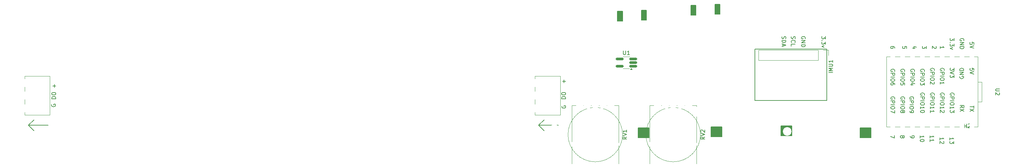
<source format=gto>
G04 #@! TF.GenerationSoftware,KiCad,Pcbnew,8.0.7*
G04 #@! TF.CreationDate,2025-07-02T14:54:47-04:00*
G04 #@! TF.ProjectId,Sum25_Wand_v2,53756d32-355f-4576-916e-645f76322e6b,rev?*
G04 #@! TF.SameCoordinates,Original*
G04 #@! TF.FileFunction,Legend,Top*
G04 #@! TF.FilePolarity,Positive*
%FSLAX46Y46*%
G04 Gerber Fmt 4.6, Leading zero omitted, Abs format (unit mm)*
G04 Created by KiCad (PCBNEW 8.0.7) date 2025-07-02 14:54:47*
%MOMM*%
%LPD*%
G01*
G04 APERTURE LIST*
G04 Aperture macros list*
%AMRoundRect*
0 Rectangle with rounded corners*
0 $1 Rounding radius*
0 $2 $3 $4 $5 $6 $7 $8 $9 X,Y pos of 4 corners*
0 Add a 4 corners polygon primitive as box body*
4,1,4,$2,$3,$4,$5,$6,$7,$8,$9,$2,$3,0*
0 Add four circle primitives for the rounded corners*
1,1,$1+$1,$2,$3*
1,1,$1+$1,$4,$5*
1,1,$1+$1,$6,$7*
1,1,$1+$1,$8,$9*
0 Add four rect primitives between the rounded corners*
20,1,$1+$1,$2,$3,$4,$5,0*
20,1,$1+$1,$4,$5,$6,$7,0*
20,1,$1+$1,$6,$7,$8,$9,0*
20,1,$1+$1,$8,$9,$2,$3,0*%
%AMFreePoly0*
4,1,11,0.600000,-3.000000,0.580902,-3.058779,0.530902,-3.095106,0.500000,-3.100000,-0.500000,-3.100000,-0.558779,-3.080902,-0.595106,-3.030902,-0.600000,-3.000000,-0.600000,1.000000,0.600000,1.000000,0.600000,-3.000000,0.600000,-3.000000,$1*%
G04 Aperture macros list end*
%ADD10C,0.150000*%
%ADD11C,0.200000*%
%ADD12C,0.120000*%
%ADD13C,1.400000*%
%ADD14O,1.400000X1.400000*%
%ADD15C,1.800000*%
%ADD16C,2.600000*%
%ADD17RoundRect,0.162500X0.837500X0.162500X-0.837500X0.162500X-0.837500X-0.162500X0.837500X-0.162500X0*%
%ADD18R,6.000000X2.000000*%
%ADD19C,3.200000*%
%ADD20R,1.700000X1.700000*%
%ADD21O,1.700000X1.700000*%
%ADD22FreePoly0,180.000000*%
%ADD23FreePoly0,0.000000*%
%ADD24C,1.600000*%
%ADD25R,1.600000X1.600000*%
%ADD26C,4.000000*%
%ADD27C,2.200000*%
G04 APERTURE END LIST*
D10*
X229977800Y-84789160D02*
X229930180Y-84932017D01*
X229930180Y-84932017D02*
X229930180Y-85170112D01*
X229930180Y-85170112D02*
X229977800Y-85265350D01*
X229977800Y-85265350D02*
X230025419Y-85312969D01*
X230025419Y-85312969D02*
X230120657Y-85360588D01*
X230120657Y-85360588D02*
X230215895Y-85360588D01*
X230215895Y-85360588D02*
X230311133Y-85312969D01*
X230311133Y-85312969D02*
X230358752Y-85265350D01*
X230358752Y-85265350D02*
X230406371Y-85170112D01*
X230406371Y-85170112D02*
X230453990Y-84979636D01*
X230453990Y-84979636D02*
X230501609Y-84884398D01*
X230501609Y-84884398D02*
X230549228Y-84836779D01*
X230549228Y-84836779D02*
X230644466Y-84789160D01*
X230644466Y-84789160D02*
X230739704Y-84789160D01*
X230739704Y-84789160D02*
X230834942Y-84836779D01*
X230834942Y-84836779D02*
X230882561Y-84884398D01*
X230882561Y-84884398D02*
X230930180Y-84979636D01*
X230930180Y-84979636D02*
X230930180Y-85217731D01*
X230930180Y-85217731D02*
X230882561Y-85360588D01*
X229930180Y-85789160D02*
X230930180Y-85789160D01*
X230930180Y-85789160D02*
X230930180Y-86027255D01*
X230930180Y-86027255D02*
X230882561Y-86170112D01*
X230882561Y-86170112D02*
X230787323Y-86265350D01*
X230787323Y-86265350D02*
X230692085Y-86312969D01*
X230692085Y-86312969D02*
X230501609Y-86360588D01*
X230501609Y-86360588D02*
X230358752Y-86360588D01*
X230358752Y-86360588D02*
X230168276Y-86312969D01*
X230168276Y-86312969D02*
X230073038Y-86265350D01*
X230073038Y-86265350D02*
X229977800Y-86170112D01*
X229977800Y-86170112D02*
X229930180Y-86027255D01*
X229930180Y-86027255D02*
X229930180Y-85789160D01*
X230215895Y-86741541D02*
X230215895Y-87217731D01*
X229930180Y-86646303D02*
X230930180Y-86979636D01*
X230930180Y-86979636D02*
X229930180Y-87312969D01*
X232377800Y-84789160D02*
X232330180Y-84932017D01*
X232330180Y-84932017D02*
X232330180Y-85170112D01*
X232330180Y-85170112D02*
X232377800Y-85265350D01*
X232377800Y-85265350D02*
X232425419Y-85312969D01*
X232425419Y-85312969D02*
X232520657Y-85360588D01*
X232520657Y-85360588D02*
X232615895Y-85360588D01*
X232615895Y-85360588D02*
X232711133Y-85312969D01*
X232711133Y-85312969D02*
X232758752Y-85265350D01*
X232758752Y-85265350D02*
X232806371Y-85170112D01*
X232806371Y-85170112D02*
X232853990Y-84979636D01*
X232853990Y-84979636D02*
X232901609Y-84884398D01*
X232901609Y-84884398D02*
X232949228Y-84836779D01*
X232949228Y-84836779D02*
X233044466Y-84789160D01*
X233044466Y-84789160D02*
X233139704Y-84789160D01*
X233139704Y-84789160D02*
X233234942Y-84836779D01*
X233234942Y-84836779D02*
X233282561Y-84884398D01*
X233282561Y-84884398D02*
X233330180Y-84979636D01*
X233330180Y-84979636D02*
X233330180Y-85217731D01*
X233330180Y-85217731D02*
X233282561Y-85360588D01*
X232425419Y-86360588D02*
X232377800Y-86312969D01*
X232377800Y-86312969D02*
X232330180Y-86170112D01*
X232330180Y-86170112D02*
X232330180Y-86074874D01*
X232330180Y-86074874D02*
X232377800Y-85932017D01*
X232377800Y-85932017D02*
X232473038Y-85836779D01*
X232473038Y-85836779D02*
X232568276Y-85789160D01*
X232568276Y-85789160D02*
X232758752Y-85741541D01*
X232758752Y-85741541D02*
X232901609Y-85741541D01*
X232901609Y-85741541D02*
X233092085Y-85789160D01*
X233092085Y-85789160D02*
X233187323Y-85836779D01*
X233187323Y-85836779D02*
X233282561Y-85932017D01*
X233282561Y-85932017D02*
X233330180Y-86074874D01*
X233330180Y-86074874D02*
X233330180Y-86170112D01*
X233330180Y-86170112D02*
X233282561Y-86312969D01*
X233282561Y-86312969D02*
X233234942Y-86360588D01*
X232330180Y-87265350D02*
X232330180Y-86789160D01*
X232330180Y-86789160D02*
X233330180Y-86789160D01*
X241130180Y-84741541D02*
X241130180Y-85360588D01*
X241130180Y-85360588D02*
X240749228Y-85027255D01*
X240749228Y-85027255D02*
X240749228Y-85170112D01*
X240749228Y-85170112D02*
X240701609Y-85265350D01*
X240701609Y-85265350D02*
X240653990Y-85312969D01*
X240653990Y-85312969D02*
X240558752Y-85360588D01*
X240558752Y-85360588D02*
X240320657Y-85360588D01*
X240320657Y-85360588D02*
X240225419Y-85312969D01*
X240225419Y-85312969D02*
X240177800Y-85265350D01*
X240177800Y-85265350D02*
X240130180Y-85170112D01*
X240130180Y-85170112D02*
X240130180Y-84884398D01*
X240130180Y-84884398D02*
X240177800Y-84789160D01*
X240177800Y-84789160D02*
X240225419Y-84741541D01*
X240225419Y-85789160D02*
X240177800Y-85836779D01*
X240177800Y-85836779D02*
X240130180Y-85789160D01*
X240130180Y-85789160D02*
X240177800Y-85741541D01*
X240177800Y-85741541D02*
X240225419Y-85789160D01*
X240225419Y-85789160D02*
X240130180Y-85789160D01*
X241130180Y-86170112D02*
X241130180Y-86789159D01*
X241130180Y-86789159D02*
X240749228Y-86455826D01*
X240749228Y-86455826D02*
X240749228Y-86598683D01*
X240749228Y-86598683D02*
X240701609Y-86693921D01*
X240701609Y-86693921D02*
X240653990Y-86741540D01*
X240653990Y-86741540D02*
X240558752Y-86789159D01*
X240558752Y-86789159D02*
X240320657Y-86789159D01*
X240320657Y-86789159D02*
X240225419Y-86741540D01*
X240225419Y-86741540D02*
X240177800Y-86693921D01*
X240177800Y-86693921D02*
X240130180Y-86598683D01*
X240130180Y-86598683D02*
X240130180Y-86312969D01*
X240130180Y-86312969D02*
X240177800Y-86217731D01*
X240177800Y-86217731D02*
X240225419Y-86170112D01*
X240796847Y-87122493D02*
X240130180Y-87360588D01*
X240130180Y-87360588D02*
X240796847Y-87598683D01*
X235882561Y-85360588D02*
X235930180Y-85265350D01*
X235930180Y-85265350D02*
X235930180Y-85122493D01*
X235930180Y-85122493D02*
X235882561Y-84979636D01*
X235882561Y-84979636D02*
X235787323Y-84884398D01*
X235787323Y-84884398D02*
X235692085Y-84836779D01*
X235692085Y-84836779D02*
X235501609Y-84789160D01*
X235501609Y-84789160D02*
X235358752Y-84789160D01*
X235358752Y-84789160D02*
X235168276Y-84836779D01*
X235168276Y-84836779D02*
X235073038Y-84884398D01*
X235073038Y-84884398D02*
X234977800Y-84979636D01*
X234977800Y-84979636D02*
X234930180Y-85122493D01*
X234930180Y-85122493D02*
X234930180Y-85217731D01*
X234930180Y-85217731D02*
X234977800Y-85360588D01*
X234977800Y-85360588D02*
X235025419Y-85408207D01*
X235025419Y-85408207D02*
X235358752Y-85408207D01*
X235358752Y-85408207D02*
X235358752Y-85217731D01*
X234930180Y-85836779D02*
X235930180Y-85836779D01*
X235930180Y-85836779D02*
X234930180Y-86408207D01*
X234930180Y-86408207D02*
X235930180Y-86408207D01*
X234930180Y-86884398D02*
X235930180Y-86884398D01*
X235930180Y-86884398D02*
X235930180Y-87122493D01*
X235930180Y-87122493D02*
X235882561Y-87265350D01*
X235882561Y-87265350D02*
X235787323Y-87360588D01*
X235787323Y-87360588D02*
X235692085Y-87408207D01*
X235692085Y-87408207D02*
X235501609Y-87455826D01*
X235501609Y-87455826D02*
X235358752Y-87455826D01*
X235358752Y-87455826D02*
X235168276Y-87408207D01*
X235168276Y-87408207D02*
X235073038Y-87360588D01*
X235073038Y-87360588D02*
X234977800Y-87265350D01*
X234977800Y-87265350D02*
X234930180Y-87122493D01*
X234930180Y-87122493D02*
X234930180Y-86884398D01*
D11*
X187706000Y-78270000D02*
X189000000Y-78270000D01*
X189000000Y-80810000D01*
X187706000Y-80810000D01*
X187706000Y-78270000D01*
G36*
X187706000Y-78270000D02*
G01*
X189000000Y-78270000D01*
X189000000Y-80810000D01*
X187706000Y-80810000D01*
X187706000Y-78270000D01*
G37*
X206559000Y-76770000D02*
X207853000Y-76770000D01*
X207853000Y-79310000D01*
X206559000Y-79310000D01*
X206559000Y-76770000D01*
G36*
X206559000Y-76770000D02*
G01*
X207853000Y-76770000D01*
X207853000Y-79310000D01*
X206559000Y-79310000D01*
X206559000Y-76770000D01*
G37*
X223000000Y-88000000D02*
X241400000Y-88000000D01*
X241400000Y-101200000D01*
X223000000Y-101200000D01*
X223000000Y-88000000D01*
X211706000Y-108000000D02*
X214500000Y-108000000D01*
X214500000Y-110540000D01*
X211706000Y-110540000D01*
X211706000Y-108000000D01*
G36*
X211706000Y-108000000D02*
G01*
X214500000Y-108000000D01*
X214500000Y-110540000D01*
X211706000Y-110540000D01*
X211706000Y-108000000D01*
G37*
X193853000Y-78000000D02*
X195147000Y-78000000D01*
X195147000Y-80540000D01*
X193853000Y-80540000D01*
X193853000Y-78000000D01*
G36*
X193853000Y-78000000D02*
G01*
X195147000Y-78000000D01*
X195147000Y-80540000D01*
X193853000Y-80540000D01*
X193853000Y-78000000D01*
G37*
X229706000Y-107730000D02*
X232500000Y-107730000D01*
X232500000Y-110270000D01*
X229706000Y-110270000D01*
X229706000Y-107730000D01*
G36*
X229706000Y-107730000D02*
G01*
X232500000Y-107730000D01*
X232500000Y-110270000D01*
X229706000Y-110270000D01*
X229706000Y-107730000D01*
G37*
X212706000Y-76500000D02*
X214000000Y-76500000D01*
X214000000Y-79040000D01*
X212706000Y-79040000D01*
X212706000Y-76500000D01*
G36*
X212706000Y-76500000D02*
G01*
X214000000Y-76500000D01*
X214000000Y-79040000D01*
X212706000Y-79040000D01*
X212706000Y-76500000D01*
G37*
X250000000Y-108230000D02*
X252794000Y-108230000D01*
X252794000Y-110770000D01*
X250000000Y-110770000D01*
X250000000Y-108230000D01*
G36*
X250000000Y-108230000D02*
G01*
X252794000Y-108230000D01*
X252794000Y-110770000D01*
X250000000Y-110770000D01*
X250000000Y-108230000D01*
G37*
X193000000Y-108230000D02*
X195794000Y-108230000D01*
X195794000Y-110770000D01*
X193000000Y-110770000D01*
X193000000Y-108230000D01*
G36*
X193000000Y-108230000D02*
G01*
X195794000Y-108230000D01*
X195794000Y-110770000D01*
X193000000Y-110770000D01*
X193000000Y-108230000D01*
G37*
D10*
X269422942Y-87321160D02*
X269470561Y-87368779D01*
X269470561Y-87368779D02*
X269518180Y-87464017D01*
X269518180Y-87464017D02*
X269518180Y-87702112D01*
X269518180Y-87702112D02*
X269470561Y-87797350D01*
X269470561Y-87797350D02*
X269422942Y-87844969D01*
X269422942Y-87844969D02*
X269327704Y-87892588D01*
X269327704Y-87892588D02*
X269232466Y-87892588D01*
X269232466Y-87892588D02*
X269089609Y-87844969D01*
X269089609Y-87844969D02*
X268518180Y-87273541D01*
X268518180Y-87273541D02*
X268518180Y-87892588D01*
X264104847Y-87797350D02*
X263438180Y-87797350D01*
X264485800Y-87559255D02*
X263771514Y-87321160D01*
X263771514Y-87321160D02*
X263771514Y-87940207D01*
X266978180Y-87273541D02*
X266978180Y-87892588D01*
X266978180Y-87892588D02*
X266597228Y-87559255D01*
X266597228Y-87559255D02*
X266597228Y-87702112D01*
X266597228Y-87702112D02*
X266549609Y-87797350D01*
X266549609Y-87797350D02*
X266501990Y-87844969D01*
X266501990Y-87844969D02*
X266406752Y-87892588D01*
X266406752Y-87892588D02*
X266168657Y-87892588D01*
X266168657Y-87892588D02*
X266073419Y-87844969D01*
X266073419Y-87844969D02*
X266025800Y-87797350D01*
X266025800Y-87797350D02*
X265978180Y-87702112D01*
X265978180Y-87702112D02*
X265978180Y-87416398D01*
X265978180Y-87416398D02*
X266025800Y-87321160D01*
X266025800Y-87321160D02*
X266073419Y-87273541D01*
X279170180Y-86812969D02*
X279170180Y-86336779D01*
X279170180Y-86336779D02*
X278693990Y-86289160D01*
X278693990Y-86289160D02*
X278741609Y-86336779D01*
X278741609Y-86336779D02*
X278789228Y-86432017D01*
X278789228Y-86432017D02*
X278789228Y-86670112D01*
X278789228Y-86670112D02*
X278741609Y-86765350D01*
X278741609Y-86765350D02*
X278693990Y-86812969D01*
X278693990Y-86812969D02*
X278598752Y-86860588D01*
X278598752Y-86860588D02*
X278360657Y-86860588D01*
X278360657Y-86860588D02*
X278265419Y-86812969D01*
X278265419Y-86812969D02*
X278217800Y-86765350D01*
X278217800Y-86765350D02*
X278170180Y-86670112D01*
X278170180Y-86670112D02*
X278170180Y-86432017D01*
X278170180Y-86432017D02*
X278217800Y-86336779D01*
X278217800Y-86336779D02*
X278265419Y-86289160D01*
X279170180Y-87146303D02*
X278170180Y-87479636D01*
X278170180Y-87479636D02*
X279170180Y-87812969D01*
X270510180Y-111360588D02*
X270510180Y-110789160D01*
X270510180Y-111074874D02*
X271510180Y-111074874D01*
X271510180Y-111074874D02*
X271367323Y-110979636D01*
X271367323Y-110979636D02*
X271272085Y-110884398D01*
X271272085Y-110884398D02*
X271224466Y-110789160D01*
X271414942Y-111741541D02*
X271462561Y-111789160D01*
X271462561Y-111789160D02*
X271510180Y-111884398D01*
X271510180Y-111884398D02*
X271510180Y-112122493D01*
X271510180Y-112122493D02*
X271462561Y-112217731D01*
X271462561Y-112217731D02*
X271414942Y-112265350D01*
X271414942Y-112265350D02*
X271319704Y-112312969D01*
X271319704Y-112312969D02*
X271224466Y-112312969D01*
X271224466Y-112312969D02*
X271081609Y-112265350D01*
X271081609Y-112265350D02*
X270510180Y-111693922D01*
X270510180Y-111693922D02*
X270510180Y-112312969D01*
X267970180Y-110852588D02*
X267970180Y-110281160D01*
X267970180Y-110566874D02*
X268970180Y-110566874D01*
X268970180Y-110566874D02*
X268827323Y-110471636D01*
X268827323Y-110471636D02*
X268732085Y-110376398D01*
X268732085Y-110376398D02*
X268684466Y-110281160D01*
X267970180Y-111804969D02*
X267970180Y-111233541D01*
X267970180Y-111519255D02*
X268970180Y-111519255D01*
X268970180Y-111519255D02*
X268827323Y-111424017D01*
X268827323Y-111424017D02*
X268732085Y-111328779D01*
X268732085Y-111328779D02*
X268684466Y-111233541D01*
X276582561Y-85860588D02*
X276630180Y-85765350D01*
X276630180Y-85765350D02*
X276630180Y-85622493D01*
X276630180Y-85622493D02*
X276582561Y-85479636D01*
X276582561Y-85479636D02*
X276487323Y-85384398D01*
X276487323Y-85384398D02*
X276392085Y-85336779D01*
X276392085Y-85336779D02*
X276201609Y-85289160D01*
X276201609Y-85289160D02*
X276058752Y-85289160D01*
X276058752Y-85289160D02*
X275868276Y-85336779D01*
X275868276Y-85336779D02*
X275773038Y-85384398D01*
X275773038Y-85384398D02*
X275677800Y-85479636D01*
X275677800Y-85479636D02*
X275630180Y-85622493D01*
X275630180Y-85622493D02*
X275630180Y-85717731D01*
X275630180Y-85717731D02*
X275677800Y-85860588D01*
X275677800Y-85860588D02*
X275725419Y-85908207D01*
X275725419Y-85908207D02*
X276058752Y-85908207D01*
X276058752Y-85908207D02*
X276058752Y-85717731D01*
X275630180Y-86336779D02*
X276630180Y-86336779D01*
X276630180Y-86336779D02*
X275630180Y-86908207D01*
X275630180Y-86908207D02*
X276630180Y-86908207D01*
X275630180Y-87384398D02*
X276630180Y-87384398D01*
X276630180Y-87384398D02*
X276630180Y-87622493D01*
X276630180Y-87622493D02*
X276582561Y-87765350D01*
X276582561Y-87765350D02*
X276487323Y-87860588D01*
X276487323Y-87860588D02*
X276392085Y-87908207D01*
X276392085Y-87908207D02*
X276201609Y-87955826D01*
X276201609Y-87955826D02*
X276058752Y-87955826D01*
X276058752Y-87955826D02*
X275868276Y-87908207D01*
X275868276Y-87908207D02*
X275773038Y-87860588D01*
X275773038Y-87860588D02*
X275677800Y-87765350D01*
X275677800Y-87765350D02*
X275630180Y-87622493D01*
X275630180Y-87622493D02*
X275630180Y-87384398D01*
X273050180Y-111360588D02*
X273050180Y-110789160D01*
X273050180Y-111074874D02*
X274050180Y-111074874D01*
X274050180Y-111074874D02*
X273907323Y-110979636D01*
X273907323Y-110979636D02*
X273812085Y-110884398D01*
X273812085Y-110884398D02*
X273764466Y-110789160D01*
X274050180Y-111693922D02*
X274050180Y-112312969D01*
X274050180Y-112312969D02*
X273669228Y-111979636D01*
X273669228Y-111979636D02*
X273669228Y-112122493D01*
X273669228Y-112122493D02*
X273621609Y-112217731D01*
X273621609Y-112217731D02*
X273573990Y-112265350D01*
X273573990Y-112265350D02*
X273478752Y-112312969D01*
X273478752Y-112312969D02*
X273240657Y-112312969D01*
X273240657Y-112312969D02*
X273145419Y-112265350D01*
X273145419Y-112265350D02*
X273097800Y-112217731D01*
X273097800Y-112217731D02*
X273050180Y-112122493D01*
X273050180Y-112122493D02*
X273050180Y-111836779D01*
X273050180Y-111836779D02*
X273097800Y-111741541D01*
X273097800Y-111741541D02*
X273145419Y-111693922D01*
X274090180Y-85241541D02*
X274090180Y-85860588D01*
X274090180Y-85860588D02*
X273709228Y-85527255D01*
X273709228Y-85527255D02*
X273709228Y-85670112D01*
X273709228Y-85670112D02*
X273661609Y-85765350D01*
X273661609Y-85765350D02*
X273613990Y-85812969D01*
X273613990Y-85812969D02*
X273518752Y-85860588D01*
X273518752Y-85860588D02*
X273280657Y-85860588D01*
X273280657Y-85860588D02*
X273185419Y-85812969D01*
X273185419Y-85812969D02*
X273137800Y-85765350D01*
X273137800Y-85765350D02*
X273090180Y-85670112D01*
X273090180Y-85670112D02*
X273090180Y-85384398D01*
X273090180Y-85384398D02*
X273137800Y-85289160D01*
X273137800Y-85289160D02*
X273185419Y-85241541D01*
X273185419Y-86289160D02*
X273137800Y-86336779D01*
X273137800Y-86336779D02*
X273090180Y-86289160D01*
X273090180Y-86289160D02*
X273137800Y-86241541D01*
X273137800Y-86241541D02*
X273185419Y-86289160D01*
X273185419Y-86289160D02*
X273090180Y-86289160D01*
X274090180Y-86670112D02*
X274090180Y-87289159D01*
X274090180Y-87289159D02*
X273709228Y-86955826D01*
X273709228Y-86955826D02*
X273709228Y-87098683D01*
X273709228Y-87098683D02*
X273661609Y-87193921D01*
X273661609Y-87193921D02*
X273613990Y-87241540D01*
X273613990Y-87241540D02*
X273518752Y-87289159D01*
X273518752Y-87289159D02*
X273280657Y-87289159D01*
X273280657Y-87289159D02*
X273185419Y-87241540D01*
X273185419Y-87241540D02*
X273137800Y-87193921D01*
X273137800Y-87193921D02*
X273090180Y-87098683D01*
X273090180Y-87098683D02*
X273090180Y-86812969D01*
X273090180Y-86812969D02*
X273137800Y-86717731D01*
X273137800Y-86717731D02*
X273185419Y-86670112D01*
X273756847Y-87622493D02*
X273090180Y-87860588D01*
X273090180Y-87860588D02*
X273756847Y-88098683D01*
X270550180Y-87892588D02*
X270550180Y-87321160D01*
X270550180Y-87606874D02*
X271550180Y-87606874D01*
X271550180Y-87606874D02*
X271407323Y-87511636D01*
X271407323Y-87511636D02*
X271312085Y-87416398D01*
X271312085Y-87416398D02*
X271264466Y-87321160D01*
X265430180Y-110852588D02*
X265430180Y-110281160D01*
X265430180Y-110566874D02*
X266430180Y-110566874D01*
X266430180Y-110566874D02*
X266287323Y-110471636D01*
X266287323Y-110471636D02*
X266192085Y-110376398D01*
X266192085Y-110376398D02*
X266144466Y-110281160D01*
X266430180Y-111471636D02*
X266430180Y-111566874D01*
X266430180Y-111566874D02*
X266382561Y-111662112D01*
X266382561Y-111662112D02*
X266334942Y-111709731D01*
X266334942Y-111709731D02*
X266239704Y-111757350D01*
X266239704Y-111757350D02*
X266049228Y-111804969D01*
X266049228Y-111804969D02*
X265811133Y-111804969D01*
X265811133Y-111804969D02*
X265620657Y-111757350D01*
X265620657Y-111757350D02*
X265525419Y-111709731D01*
X265525419Y-111709731D02*
X265477800Y-111662112D01*
X265477800Y-111662112D02*
X265430180Y-111566874D01*
X265430180Y-111566874D02*
X265430180Y-111471636D01*
X265430180Y-111471636D02*
X265477800Y-111376398D01*
X265477800Y-111376398D02*
X265525419Y-111328779D01*
X265525419Y-111328779D02*
X265620657Y-111281160D01*
X265620657Y-111281160D02*
X265811133Y-111233541D01*
X265811133Y-111233541D02*
X266049228Y-111233541D01*
X266049228Y-111233541D02*
X266239704Y-111281160D01*
X266239704Y-111281160D02*
X266334942Y-111328779D01*
X266334942Y-111328779D02*
X266382561Y-111376398D01*
X266382561Y-111376398D02*
X266430180Y-111471636D01*
X262890180Y-110376398D02*
X262890180Y-110566874D01*
X262890180Y-110566874D02*
X262937800Y-110662112D01*
X262937800Y-110662112D02*
X262985419Y-110709731D01*
X262985419Y-110709731D02*
X263128276Y-110804969D01*
X263128276Y-110804969D02*
X263318752Y-110852588D01*
X263318752Y-110852588D02*
X263699704Y-110852588D01*
X263699704Y-110852588D02*
X263794942Y-110804969D01*
X263794942Y-110804969D02*
X263842561Y-110757350D01*
X263842561Y-110757350D02*
X263890180Y-110662112D01*
X263890180Y-110662112D02*
X263890180Y-110471636D01*
X263890180Y-110471636D02*
X263842561Y-110376398D01*
X263842561Y-110376398D02*
X263794942Y-110328779D01*
X263794942Y-110328779D02*
X263699704Y-110281160D01*
X263699704Y-110281160D02*
X263461609Y-110281160D01*
X263461609Y-110281160D02*
X263366371Y-110328779D01*
X263366371Y-110328779D02*
X263318752Y-110376398D01*
X263318752Y-110376398D02*
X263271133Y-110471636D01*
X263271133Y-110471636D02*
X263271133Y-110662112D01*
X263271133Y-110662112D02*
X263318752Y-110757350D01*
X263318752Y-110757350D02*
X263366371Y-110804969D01*
X263366371Y-110804969D02*
X263461609Y-110852588D01*
X260921609Y-110471636D02*
X260969228Y-110376398D01*
X260969228Y-110376398D02*
X261016847Y-110328779D01*
X261016847Y-110328779D02*
X261112085Y-110281160D01*
X261112085Y-110281160D02*
X261159704Y-110281160D01*
X261159704Y-110281160D02*
X261254942Y-110328779D01*
X261254942Y-110328779D02*
X261302561Y-110376398D01*
X261302561Y-110376398D02*
X261350180Y-110471636D01*
X261350180Y-110471636D02*
X261350180Y-110662112D01*
X261350180Y-110662112D02*
X261302561Y-110757350D01*
X261302561Y-110757350D02*
X261254942Y-110804969D01*
X261254942Y-110804969D02*
X261159704Y-110852588D01*
X261159704Y-110852588D02*
X261112085Y-110852588D01*
X261112085Y-110852588D02*
X261016847Y-110804969D01*
X261016847Y-110804969D02*
X260969228Y-110757350D01*
X260969228Y-110757350D02*
X260921609Y-110662112D01*
X260921609Y-110662112D02*
X260921609Y-110471636D01*
X260921609Y-110471636D02*
X260873990Y-110376398D01*
X260873990Y-110376398D02*
X260826371Y-110328779D01*
X260826371Y-110328779D02*
X260731133Y-110281160D01*
X260731133Y-110281160D02*
X260540657Y-110281160D01*
X260540657Y-110281160D02*
X260445419Y-110328779D01*
X260445419Y-110328779D02*
X260397800Y-110376398D01*
X260397800Y-110376398D02*
X260350180Y-110471636D01*
X260350180Y-110471636D02*
X260350180Y-110662112D01*
X260350180Y-110662112D02*
X260397800Y-110757350D01*
X260397800Y-110757350D02*
X260445419Y-110804969D01*
X260445419Y-110804969D02*
X260540657Y-110852588D01*
X260540657Y-110852588D02*
X260731133Y-110852588D01*
X260731133Y-110852588D02*
X260826371Y-110804969D01*
X260826371Y-110804969D02*
X260873990Y-110757350D01*
X260873990Y-110757350D02*
X260921609Y-110662112D01*
X258850180Y-87797350D02*
X258850180Y-87606874D01*
X258850180Y-87606874D02*
X258802561Y-87511636D01*
X258802561Y-87511636D02*
X258754942Y-87464017D01*
X258754942Y-87464017D02*
X258612085Y-87368779D01*
X258612085Y-87368779D02*
X258421609Y-87321160D01*
X258421609Y-87321160D02*
X258040657Y-87321160D01*
X258040657Y-87321160D02*
X257945419Y-87368779D01*
X257945419Y-87368779D02*
X257897800Y-87416398D01*
X257897800Y-87416398D02*
X257850180Y-87511636D01*
X257850180Y-87511636D02*
X257850180Y-87702112D01*
X257850180Y-87702112D02*
X257897800Y-87797350D01*
X257897800Y-87797350D02*
X257945419Y-87844969D01*
X257945419Y-87844969D02*
X258040657Y-87892588D01*
X258040657Y-87892588D02*
X258278752Y-87892588D01*
X258278752Y-87892588D02*
X258373990Y-87844969D01*
X258373990Y-87844969D02*
X258421609Y-87797350D01*
X258421609Y-87797350D02*
X258469228Y-87702112D01*
X258469228Y-87702112D02*
X258469228Y-87511636D01*
X258469228Y-87511636D02*
X258421609Y-87416398D01*
X258421609Y-87416398D02*
X258373990Y-87368779D01*
X258373990Y-87368779D02*
X258278752Y-87321160D01*
X261898180Y-87844969D02*
X261898180Y-87368779D01*
X261898180Y-87368779D02*
X261421990Y-87321160D01*
X261421990Y-87321160D02*
X261469609Y-87368779D01*
X261469609Y-87368779D02*
X261517228Y-87464017D01*
X261517228Y-87464017D02*
X261517228Y-87702112D01*
X261517228Y-87702112D02*
X261469609Y-87797350D01*
X261469609Y-87797350D02*
X261421990Y-87844969D01*
X261421990Y-87844969D02*
X261326752Y-87892588D01*
X261326752Y-87892588D02*
X261088657Y-87892588D01*
X261088657Y-87892588D02*
X260993419Y-87844969D01*
X260993419Y-87844969D02*
X260945800Y-87797350D01*
X260945800Y-87797350D02*
X260898180Y-87702112D01*
X260898180Y-87702112D02*
X260898180Y-87464017D01*
X260898180Y-87464017D02*
X260945800Y-87368779D01*
X260945800Y-87368779D02*
X260993419Y-87321160D01*
X258810180Y-110233541D02*
X258810180Y-110900207D01*
X258810180Y-110900207D02*
X257810180Y-110471636D01*
X210074819Y-110595238D02*
X209598628Y-110928571D01*
X210074819Y-111166666D02*
X209074819Y-111166666D01*
X209074819Y-111166666D02*
X209074819Y-110785714D01*
X209074819Y-110785714D02*
X209122438Y-110690476D01*
X209122438Y-110690476D02*
X209170057Y-110642857D01*
X209170057Y-110642857D02*
X209265295Y-110595238D01*
X209265295Y-110595238D02*
X209408152Y-110595238D01*
X209408152Y-110595238D02*
X209503390Y-110642857D01*
X209503390Y-110642857D02*
X209551009Y-110690476D01*
X209551009Y-110690476D02*
X209598628Y-110785714D01*
X209598628Y-110785714D02*
X209598628Y-111166666D01*
X209074819Y-110309523D02*
X210074819Y-109976190D01*
X210074819Y-109976190D02*
X209074819Y-109642857D01*
X209170057Y-109357142D02*
X209122438Y-109309523D01*
X209122438Y-109309523D02*
X209074819Y-109214285D01*
X209074819Y-109214285D02*
X209074819Y-108976190D01*
X209074819Y-108976190D02*
X209122438Y-108880952D01*
X209122438Y-108880952D02*
X209170057Y-108833333D01*
X209170057Y-108833333D02*
X209265295Y-108785714D01*
X209265295Y-108785714D02*
X209360533Y-108785714D01*
X209360533Y-108785714D02*
X209503390Y-108833333D01*
X209503390Y-108833333D02*
X210074819Y-109404761D01*
X210074819Y-109404761D02*
X210074819Y-108785714D01*
X189238095Y-88454819D02*
X189238095Y-89264342D01*
X189238095Y-89264342D02*
X189285714Y-89359580D01*
X189285714Y-89359580D02*
X189333333Y-89407200D01*
X189333333Y-89407200D02*
X189428571Y-89454819D01*
X189428571Y-89454819D02*
X189619047Y-89454819D01*
X189619047Y-89454819D02*
X189714285Y-89407200D01*
X189714285Y-89407200D02*
X189761904Y-89359580D01*
X189761904Y-89359580D02*
X189809523Y-89264342D01*
X189809523Y-89264342D02*
X189809523Y-88454819D01*
X190809523Y-89454819D02*
X190238095Y-89454819D01*
X190523809Y-89454819D02*
X190523809Y-88454819D01*
X190523809Y-88454819D02*
X190428571Y-88597676D01*
X190428571Y-88597676D02*
X190333333Y-88692914D01*
X190333333Y-88692914D02*
X190238095Y-88740533D01*
X174369819Y-100781283D02*
X173369819Y-100781283D01*
X173369819Y-100781283D02*
X173369819Y-100543188D01*
X173369819Y-100543188D02*
X173417438Y-100400331D01*
X173417438Y-100400331D02*
X173512676Y-100305093D01*
X173512676Y-100305093D02*
X173607914Y-100257474D01*
X173607914Y-100257474D02*
X173798390Y-100209855D01*
X173798390Y-100209855D02*
X173941247Y-100209855D01*
X173941247Y-100209855D02*
X174131723Y-100257474D01*
X174131723Y-100257474D02*
X174226961Y-100305093D01*
X174226961Y-100305093D02*
X174322200Y-100400331D01*
X174322200Y-100400331D02*
X174369819Y-100543188D01*
X174369819Y-100543188D02*
X174369819Y-100781283D01*
X173369819Y-99590807D02*
X173369819Y-99400331D01*
X173369819Y-99400331D02*
X173417438Y-99305093D01*
X173417438Y-99305093D02*
X173512676Y-99209855D01*
X173512676Y-99209855D02*
X173703152Y-99162236D01*
X173703152Y-99162236D02*
X174036485Y-99162236D01*
X174036485Y-99162236D02*
X174226961Y-99209855D01*
X174226961Y-99209855D02*
X174322200Y-99305093D01*
X174322200Y-99305093D02*
X174369819Y-99400331D01*
X174369819Y-99400331D02*
X174369819Y-99590807D01*
X174369819Y-99590807D02*
X174322200Y-99686045D01*
X174322200Y-99686045D02*
X174226961Y-99781283D01*
X174226961Y-99781283D02*
X174036485Y-99828902D01*
X174036485Y-99828902D02*
X173703152Y-99828902D01*
X173703152Y-99828902D02*
X173512676Y-99781283D01*
X173512676Y-99781283D02*
X173417438Y-99686045D01*
X173417438Y-99686045D02*
X173369819Y-99590807D01*
X173458737Y-102639411D02*
X173411118Y-102734649D01*
X173411118Y-102734649D02*
X173411118Y-102877506D01*
X173411118Y-102877506D02*
X173458737Y-103020363D01*
X173458737Y-103020363D02*
X173553975Y-103115601D01*
X173553975Y-103115601D02*
X173649213Y-103163220D01*
X173649213Y-103163220D02*
X173839689Y-103210839D01*
X173839689Y-103210839D02*
X173982546Y-103210839D01*
X173982546Y-103210839D02*
X174173022Y-103163220D01*
X174173022Y-103163220D02*
X174268260Y-103115601D01*
X174268260Y-103115601D02*
X174363499Y-103020363D01*
X174363499Y-103020363D02*
X174411118Y-102877506D01*
X174411118Y-102877506D02*
X174411118Y-102782268D01*
X174411118Y-102782268D02*
X174363499Y-102639411D01*
X174363499Y-102639411D02*
X174315879Y-102591792D01*
X174315879Y-102591792D02*
X173982546Y-102591792D01*
X173982546Y-102591792D02*
X173982546Y-102782268D01*
X173988866Y-96663220D02*
X173988866Y-95901316D01*
X174369819Y-96282268D02*
X173607914Y-96282268D01*
X242954819Y-94071427D02*
X241954819Y-94071427D01*
X242954819Y-93595237D02*
X241954819Y-93595237D01*
X241954819Y-93595237D02*
X242669104Y-93261904D01*
X242669104Y-93261904D02*
X241954819Y-92928571D01*
X241954819Y-92928571D02*
X242954819Y-92928571D01*
X241954819Y-92452380D02*
X242764342Y-92452380D01*
X242764342Y-92452380D02*
X242859580Y-92404761D01*
X242859580Y-92404761D02*
X242907200Y-92357142D01*
X242907200Y-92357142D02*
X242954819Y-92261904D01*
X242954819Y-92261904D02*
X242954819Y-92071428D01*
X242954819Y-92071428D02*
X242907200Y-91976190D01*
X242907200Y-91976190D02*
X242859580Y-91928571D01*
X242859580Y-91928571D02*
X242764342Y-91880952D01*
X242764342Y-91880952D02*
X241954819Y-91880952D01*
X242954819Y-90880952D02*
X242954819Y-91452380D01*
X242954819Y-91166666D02*
X241954819Y-91166666D01*
X241954819Y-91166666D02*
X242097676Y-91261904D01*
X242097676Y-91261904D02*
X242192914Y-91357142D01*
X242192914Y-91357142D02*
X242240533Y-91452380D01*
X285785180Y-98238095D02*
X284975657Y-98238095D01*
X284975657Y-98238095D02*
X284880419Y-98285714D01*
X284880419Y-98285714D02*
X284832800Y-98333333D01*
X284832800Y-98333333D02*
X284785180Y-98428571D01*
X284785180Y-98428571D02*
X284785180Y-98619047D01*
X284785180Y-98619047D02*
X284832800Y-98714285D01*
X284832800Y-98714285D02*
X284880419Y-98761904D01*
X284880419Y-98761904D02*
X284975657Y-98809523D01*
X284975657Y-98809523D02*
X285785180Y-98809523D01*
X285689942Y-99238095D02*
X285737561Y-99285714D01*
X285737561Y-99285714D02*
X285785180Y-99380952D01*
X285785180Y-99380952D02*
X285785180Y-99619047D01*
X285785180Y-99619047D02*
X285737561Y-99714285D01*
X285737561Y-99714285D02*
X285689942Y-99761904D01*
X285689942Y-99761904D02*
X285594704Y-99809523D01*
X285594704Y-99809523D02*
X285499466Y-99809523D01*
X285499466Y-99809523D02*
X285356609Y-99761904D01*
X285356609Y-99761904D02*
X284785180Y-99190476D01*
X284785180Y-99190476D02*
X284785180Y-99809523D01*
X274077561Y-99860588D02*
X274125180Y-99765350D01*
X274125180Y-99765350D02*
X274125180Y-99622493D01*
X274125180Y-99622493D02*
X274077561Y-99479636D01*
X274077561Y-99479636D02*
X273982323Y-99384398D01*
X273982323Y-99384398D02*
X273887085Y-99336779D01*
X273887085Y-99336779D02*
X273696609Y-99289160D01*
X273696609Y-99289160D02*
X273553752Y-99289160D01*
X273553752Y-99289160D02*
X273363276Y-99336779D01*
X273363276Y-99336779D02*
X273268038Y-99384398D01*
X273268038Y-99384398D02*
X273172800Y-99479636D01*
X273172800Y-99479636D02*
X273125180Y-99622493D01*
X273125180Y-99622493D02*
X273125180Y-99717731D01*
X273125180Y-99717731D02*
X273172800Y-99860588D01*
X273172800Y-99860588D02*
X273220419Y-99908207D01*
X273220419Y-99908207D02*
X273553752Y-99908207D01*
X273553752Y-99908207D02*
X273553752Y-99717731D01*
X273125180Y-100336779D02*
X274125180Y-100336779D01*
X274125180Y-100336779D02*
X274125180Y-100717731D01*
X274125180Y-100717731D02*
X274077561Y-100812969D01*
X274077561Y-100812969D02*
X274029942Y-100860588D01*
X274029942Y-100860588D02*
X273934704Y-100908207D01*
X273934704Y-100908207D02*
X273791847Y-100908207D01*
X273791847Y-100908207D02*
X273696609Y-100860588D01*
X273696609Y-100860588D02*
X273648990Y-100812969D01*
X273648990Y-100812969D02*
X273601371Y-100717731D01*
X273601371Y-100717731D02*
X273601371Y-100336779D01*
X273125180Y-101336779D02*
X274125180Y-101336779D01*
X274125180Y-102003445D02*
X274125180Y-102193921D01*
X274125180Y-102193921D02*
X274077561Y-102289159D01*
X274077561Y-102289159D02*
X273982323Y-102384397D01*
X273982323Y-102384397D02*
X273791847Y-102432016D01*
X273791847Y-102432016D02*
X273458514Y-102432016D01*
X273458514Y-102432016D02*
X273268038Y-102384397D01*
X273268038Y-102384397D02*
X273172800Y-102289159D01*
X273172800Y-102289159D02*
X273125180Y-102193921D01*
X273125180Y-102193921D02*
X273125180Y-102003445D01*
X273125180Y-102003445D02*
X273172800Y-101908207D01*
X273172800Y-101908207D02*
X273268038Y-101812969D01*
X273268038Y-101812969D02*
X273458514Y-101765350D01*
X273458514Y-101765350D02*
X273791847Y-101765350D01*
X273791847Y-101765350D02*
X273982323Y-101812969D01*
X273982323Y-101812969D02*
X274077561Y-101908207D01*
X274077561Y-101908207D02*
X274125180Y-102003445D01*
X273125180Y-103384397D02*
X273125180Y-102812969D01*
X273125180Y-103098683D02*
X274125180Y-103098683D01*
X274125180Y-103098683D02*
X273982323Y-103003445D01*
X273982323Y-103003445D02*
X273887085Y-102908207D01*
X273887085Y-102908207D02*
X273839466Y-102812969D01*
X274125180Y-103717731D02*
X274125180Y-104336778D01*
X274125180Y-104336778D02*
X273744228Y-104003445D01*
X273744228Y-104003445D02*
X273744228Y-104146302D01*
X273744228Y-104146302D02*
X273696609Y-104241540D01*
X273696609Y-104241540D02*
X273648990Y-104289159D01*
X273648990Y-104289159D02*
X273553752Y-104336778D01*
X273553752Y-104336778D02*
X273315657Y-104336778D01*
X273315657Y-104336778D02*
X273220419Y-104289159D01*
X273220419Y-104289159D02*
X273172800Y-104241540D01*
X273172800Y-104241540D02*
X273125180Y-104146302D01*
X273125180Y-104146302D02*
X273125180Y-103860588D01*
X273125180Y-103860588D02*
X273172800Y-103765350D01*
X273172800Y-103765350D02*
X273220419Y-103717731D01*
X279205180Y-93462969D02*
X279205180Y-92986779D01*
X279205180Y-92986779D02*
X278728990Y-92939160D01*
X278728990Y-92939160D02*
X278776609Y-92986779D01*
X278776609Y-92986779D02*
X278824228Y-93082017D01*
X278824228Y-93082017D02*
X278824228Y-93320112D01*
X278824228Y-93320112D02*
X278776609Y-93415350D01*
X278776609Y-93415350D02*
X278728990Y-93462969D01*
X278728990Y-93462969D02*
X278633752Y-93510588D01*
X278633752Y-93510588D02*
X278395657Y-93510588D01*
X278395657Y-93510588D02*
X278300419Y-93462969D01*
X278300419Y-93462969D02*
X278252800Y-93415350D01*
X278252800Y-93415350D02*
X278205180Y-93320112D01*
X278205180Y-93320112D02*
X278205180Y-93082017D01*
X278205180Y-93082017D02*
X278252800Y-92986779D01*
X278252800Y-92986779D02*
X278300419Y-92939160D01*
X279205180Y-93796303D02*
X278205180Y-94129636D01*
X278205180Y-94129636D02*
X279205180Y-94462969D01*
X266457561Y-93740587D02*
X266505180Y-93645349D01*
X266505180Y-93645349D02*
X266505180Y-93502492D01*
X266505180Y-93502492D02*
X266457561Y-93359635D01*
X266457561Y-93359635D02*
X266362323Y-93264397D01*
X266362323Y-93264397D02*
X266267085Y-93216778D01*
X266267085Y-93216778D02*
X266076609Y-93169159D01*
X266076609Y-93169159D02*
X265933752Y-93169159D01*
X265933752Y-93169159D02*
X265743276Y-93216778D01*
X265743276Y-93216778D02*
X265648038Y-93264397D01*
X265648038Y-93264397D02*
X265552800Y-93359635D01*
X265552800Y-93359635D02*
X265505180Y-93502492D01*
X265505180Y-93502492D02*
X265505180Y-93597730D01*
X265505180Y-93597730D02*
X265552800Y-93740587D01*
X265552800Y-93740587D02*
X265600419Y-93788206D01*
X265600419Y-93788206D02*
X265933752Y-93788206D01*
X265933752Y-93788206D02*
X265933752Y-93597730D01*
X265505180Y-94216778D02*
X266505180Y-94216778D01*
X266505180Y-94216778D02*
X266505180Y-94597730D01*
X266505180Y-94597730D02*
X266457561Y-94692968D01*
X266457561Y-94692968D02*
X266409942Y-94740587D01*
X266409942Y-94740587D02*
X266314704Y-94788206D01*
X266314704Y-94788206D02*
X266171847Y-94788206D01*
X266171847Y-94788206D02*
X266076609Y-94740587D01*
X266076609Y-94740587D02*
X266028990Y-94692968D01*
X266028990Y-94692968D02*
X265981371Y-94597730D01*
X265981371Y-94597730D02*
X265981371Y-94216778D01*
X265505180Y-95216778D02*
X266505180Y-95216778D01*
X266505180Y-95883444D02*
X266505180Y-96073920D01*
X266505180Y-96073920D02*
X266457561Y-96169158D01*
X266457561Y-96169158D02*
X266362323Y-96264396D01*
X266362323Y-96264396D02*
X266171847Y-96312015D01*
X266171847Y-96312015D02*
X265838514Y-96312015D01*
X265838514Y-96312015D02*
X265648038Y-96264396D01*
X265648038Y-96264396D02*
X265552800Y-96169158D01*
X265552800Y-96169158D02*
X265505180Y-96073920D01*
X265505180Y-96073920D02*
X265505180Y-95883444D01*
X265505180Y-95883444D02*
X265552800Y-95788206D01*
X265552800Y-95788206D02*
X265648038Y-95692968D01*
X265648038Y-95692968D02*
X265838514Y-95645349D01*
X265838514Y-95645349D02*
X266171847Y-95645349D01*
X266171847Y-95645349D02*
X266362323Y-95692968D01*
X266362323Y-95692968D02*
X266457561Y-95788206D01*
X266457561Y-95788206D02*
X266505180Y-95883444D01*
X266505180Y-96645349D02*
X266505180Y-97264396D01*
X266505180Y-97264396D02*
X266124228Y-96931063D01*
X266124228Y-96931063D02*
X266124228Y-97073920D01*
X266124228Y-97073920D02*
X266076609Y-97169158D01*
X266076609Y-97169158D02*
X266028990Y-97216777D01*
X266028990Y-97216777D02*
X265933752Y-97264396D01*
X265933752Y-97264396D02*
X265695657Y-97264396D01*
X265695657Y-97264396D02*
X265600419Y-97216777D01*
X265600419Y-97216777D02*
X265552800Y-97169158D01*
X265552800Y-97169158D02*
X265505180Y-97073920D01*
X265505180Y-97073920D02*
X265505180Y-96788206D01*
X265505180Y-96788206D02*
X265552800Y-96692968D01*
X265552800Y-96692968D02*
X265600419Y-96645349D01*
X268997561Y-93510588D02*
X269045180Y-93415350D01*
X269045180Y-93415350D02*
X269045180Y-93272493D01*
X269045180Y-93272493D02*
X268997561Y-93129636D01*
X268997561Y-93129636D02*
X268902323Y-93034398D01*
X268902323Y-93034398D02*
X268807085Y-92986779D01*
X268807085Y-92986779D02*
X268616609Y-92939160D01*
X268616609Y-92939160D02*
X268473752Y-92939160D01*
X268473752Y-92939160D02*
X268283276Y-92986779D01*
X268283276Y-92986779D02*
X268188038Y-93034398D01*
X268188038Y-93034398D02*
X268092800Y-93129636D01*
X268092800Y-93129636D02*
X268045180Y-93272493D01*
X268045180Y-93272493D02*
X268045180Y-93367731D01*
X268045180Y-93367731D02*
X268092800Y-93510588D01*
X268092800Y-93510588D02*
X268140419Y-93558207D01*
X268140419Y-93558207D02*
X268473752Y-93558207D01*
X268473752Y-93558207D02*
X268473752Y-93367731D01*
X268045180Y-93986779D02*
X269045180Y-93986779D01*
X269045180Y-93986779D02*
X269045180Y-94367731D01*
X269045180Y-94367731D02*
X268997561Y-94462969D01*
X268997561Y-94462969D02*
X268949942Y-94510588D01*
X268949942Y-94510588D02*
X268854704Y-94558207D01*
X268854704Y-94558207D02*
X268711847Y-94558207D01*
X268711847Y-94558207D02*
X268616609Y-94510588D01*
X268616609Y-94510588D02*
X268568990Y-94462969D01*
X268568990Y-94462969D02*
X268521371Y-94367731D01*
X268521371Y-94367731D02*
X268521371Y-93986779D01*
X268045180Y-94986779D02*
X269045180Y-94986779D01*
X269045180Y-95653445D02*
X269045180Y-95843921D01*
X269045180Y-95843921D02*
X268997561Y-95939159D01*
X268997561Y-95939159D02*
X268902323Y-96034397D01*
X268902323Y-96034397D02*
X268711847Y-96082016D01*
X268711847Y-96082016D02*
X268378514Y-96082016D01*
X268378514Y-96082016D02*
X268188038Y-96034397D01*
X268188038Y-96034397D02*
X268092800Y-95939159D01*
X268092800Y-95939159D02*
X268045180Y-95843921D01*
X268045180Y-95843921D02*
X268045180Y-95653445D01*
X268045180Y-95653445D02*
X268092800Y-95558207D01*
X268092800Y-95558207D02*
X268188038Y-95462969D01*
X268188038Y-95462969D02*
X268378514Y-95415350D01*
X268378514Y-95415350D02*
X268711847Y-95415350D01*
X268711847Y-95415350D02*
X268902323Y-95462969D01*
X268902323Y-95462969D02*
X268997561Y-95558207D01*
X268997561Y-95558207D02*
X269045180Y-95653445D01*
X268949942Y-96462969D02*
X268997561Y-96510588D01*
X268997561Y-96510588D02*
X269045180Y-96605826D01*
X269045180Y-96605826D02*
X269045180Y-96843921D01*
X269045180Y-96843921D02*
X268997561Y-96939159D01*
X268997561Y-96939159D02*
X268949942Y-96986778D01*
X268949942Y-96986778D02*
X268854704Y-97034397D01*
X268854704Y-97034397D02*
X268759466Y-97034397D01*
X268759466Y-97034397D02*
X268616609Y-96986778D01*
X268616609Y-96986778D02*
X268045180Y-96415350D01*
X268045180Y-96415350D02*
X268045180Y-97034397D01*
X271537561Y-99860588D02*
X271585180Y-99765350D01*
X271585180Y-99765350D02*
X271585180Y-99622493D01*
X271585180Y-99622493D02*
X271537561Y-99479636D01*
X271537561Y-99479636D02*
X271442323Y-99384398D01*
X271442323Y-99384398D02*
X271347085Y-99336779D01*
X271347085Y-99336779D02*
X271156609Y-99289160D01*
X271156609Y-99289160D02*
X271013752Y-99289160D01*
X271013752Y-99289160D02*
X270823276Y-99336779D01*
X270823276Y-99336779D02*
X270728038Y-99384398D01*
X270728038Y-99384398D02*
X270632800Y-99479636D01*
X270632800Y-99479636D02*
X270585180Y-99622493D01*
X270585180Y-99622493D02*
X270585180Y-99717731D01*
X270585180Y-99717731D02*
X270632800Y-99860588D01*
X270632800Y-99860588D02*
X270680419Y-99908207D01*
X270680419Y-99908207D02*
X271013752Y-99908207D01*
X271013752Y-99908207D02*
X271013752Y-99717731D01*
X270585180Y-100336779D02*
X271585180Y-100336779D01*
X271585180Y-100336779D02*
X271585180Y-100717731D01*
X271585180Y-100717731D02*
X271537561Y-100812969D01*
X271537561Y-100812969D02*
X271489942Y-100860588D01*
X271489942Y-100860588D02*
X271394704Y-100908207D01*
X271394704Y-100908207D02*
X271251847Y-100908207D01*
X271251847Y-100908207D02*
X271156609Y-100860588D01*
X271156609Y-100860588D02*
X271108990Y-100812969D01*
X271108990Y-100812969D02*
X271061371Y-100717731D01*
X271061371Y-100717731D02*
X271061371Y-100336779D01*
X270585180Y-101336779D02*
X271585180Y-101336779D01*
X271585180Y-102003445D02*
X271585180Y-102193921D01*
X271585180Y-102193921D02*
X271537561Y-102289159D01*
X271537561Y-102289159D02*
X271442323Y-102384397D01*
X271442323Y-102384397D02*
X271251847Y-102432016D01*
X271251847Y-102432016D02*
X270918514Y-102432016D01*
X270918514Y-102432016D02*
X270728038Y-102384397D01*
X270728038Y-102384397D02*
X270632800Y-102289159D01*
X270632800Y-102289159D02*
X270585180Y-102193921D01*
X270585180Y-102193921D02*
X270585180Y-102003445D01*
X270585180Y-102003445D02*
X270632800Y-101908207D01*
X270632800Y-101908207D02*
X270728038Y-101812969D01*
X270728038Y-101812969D02*
X270918514Y-101765350D01*
X270918514Y-101765350D02*
X271251847Y-101765350D01*
X271251847Y-101765350D02*
X271442323Y-101812969D01*
X271442323Y-101812969D02*
X271537561Y-101908207D01*
X271537561Y-101908207D02*
X271585180Y-102003445D01*
X270585180Y-103384397D02*
X270585180Y-102812969D01*
X270585180Y-103098683D02*
X271585180Y-103098683D01*
X271585180Y-103098683D02*
X271442323Y-103003445D01*
X271442323Y-103003445D02*
X271347085Y-102908207D01*
X271347085Y-102908207D02*
X271299466Y-102812969D01*
X271489942Y-103765350D02*
X271537561Y-103812969D01*
X271537561Y-103812969D02*
X271585180Y-103908207D01*
X271585180Y-103908207D02*
X271585180Y-104146302D01*
X271585180Y-104146302D02*
X271537561Y-104241540D01*
X271537561Y-104241540D02*
X271489942Y-104289159D01*
X271489942Y-104289159D02*
X271394704Y-104336778D01*
X271394704Y-104336778D02*
X271299466Y-104336778D01*
X271299466Y-104336778D02*
X271156609Y-104289159D01*
X271156609Y-104289159D02*
X270585180Y-103717731D01*
X270585180Y-103717731D02*
X270585180Y-104336778D01*
X261377561Y-93740587D02*
X261425180Y-93645349D01*
X261425180Y-93645349D02*
X261425180Y-93502492D01*
X261425180Y-93502492D02*
X261377561Y-93359635D01*
X261377561Y-93359635D02*
X261282323Y-93264397D01*
X261282323Y-93264397D02*
X261187085Y-93216778D01*
X261187085Y-93216778D02*
X260996609Y-93169159D01*
X260996609Y-93169159D02*
X260853752Y-93169159D01*
X260853752Y-93169159D02*
X260663276Y-93216778D01*
X260663276Y-93216778D02*
X260568038Y-93264397D01*
X260568038Y-93264397D02*
X260472800Y-93359635D01*
X260472800Y-93359635D02*
X260425180Y-93502492D01*
X260425180Y-93502492D02*
X260425180Y-93597730D01*
X260425180Y-93597730D02*
X260472800Y-93740587D01*
X260472800Y-93740587D02*
X260520419Y-93788206D01*
X260520419Y-93788206D02*
X260853752Y-93788206D01*
X260853752Y-93788206D02*
X260853752Y-93597730D01*
X260425180Y-94216778D02*
X261425180Y-94216778D01*
X261425180Y-94216778D02*
X261425180Y-94597730D01*
X261425180Y-94597730D02*
X261377561Y-94692968D01*
X261377561Y-94692968D02*
X261329942Y-94740587D01*
X261329942Y-94740587D02*
X261234704Y-94788206D01*
X261234704Y-94788206D02*
X261091847Y-94788206D01*
X261091847Y-94788206D02*
X260996609Y-94740587D01*
X260996609Y-94740587D02*
X260948990Y-94692968D01*
X260948990Y-94692968D02*
X260901371Y-94597730D01*
X260901371Y-94597730D02*
X260901371Y-94216778D01*
X260425180Y-95216778D02*
X261425180Y-95216778D01*
X261425180Y-95883444D02*
X261425180Y-96073920D01*
X261425180Y-96073920D02*
X261377561Y-96169158D01*
X261377561Y-96169158D02*
X261282323Y-96264396D01*
X261282323Y-96264396D02*
X261091847Y-96312015D01*
X261091847Y-96312015D02*
X260758514Y-96312015D01*
X260758514Y-96312015D02*
X260568038Y-96264396D01*
X260568038Y-96264396D02*
X260472800Y-96169158D01*
X260472800Y-96169158D02*
X260425180Y-96073920D01*
X260425180Y-96073920D02*
X260425180Y-95883444D01*
X260425180Y-95883444D02*
X260472800Y-95788206D01*
X260472800Y-95788206D02*
X260568038Y-95692968D01*
X260568038Y-95692968D02*
X260758514Y-95645349D01*
X260758514Y-95645349D02*
X261091847Y-95645349D01*
X261091847Y-95645349D02*
X261282323Y-95692968D01*
X261282323Y-95692968D02*
X261377561Y-95788206D01*
X261377561Y-95788206D02*
X261425180Y-95883444D01*
X261425180Y-97216777D02*
X261425180Y-96740587D01*
X261425180Y-96740587D02*
X260948990Y-96692968D01*
X260948990Y-96692968D02*
X260996609Y-96740587D01*
X260996609Y-96740587D02*
X261044228Y-96835825D01*
X261044228Y-96835825D02*
X261044228Y-97073920D01*
X261044228Y-97073920D02*
X260996609Y-97169158D01*
X260996609Y-97169158D02*
X260948990Y-97216777D01*
X260948990Y-97216777D02*
X260853752Y-97264396D01*
X260853752Y-97264396D02*
X260615657Y-97264396D01*
X260615657Y-97264396D02*
X260520419Y-97216777D01*
X260520419Y-97216777D02*
X260472800Y-97169158D01*
X260472800Y-97169158D02*
X260425180Y-97073920D01*
X260425180Y-97073920D02*
X260425180Y-96835825D01*
X260425180Y-96835825D02*
X260472800Y-96740587D01*
X260472800Y-96740587D02*
X260520419Y-96692968D01*
X263917561Y-93740587D02*
X263965180Y-93645349D01*
X263965180Y-93645349D02*
X263965180Y-93502492D01*
X263965180Y-93502492D02*
X263917561Y-93359635D01*
X263917561Y-93359635D02*
X263822323Y-93264397D01*
X263822323Y-93264397D02*
X263727085Y-93216778D01*
X263727085Y-93216778D02*
X263536609Y-93169159D01*
X263536609Y-93169159D02*
X263393752Y-93169159D01*
X263393752Y-93169159D02*
X263203276Y-93216778D01*
X263203276Y-93216778D02*
X263108038Y-93264397D01*
X263108038Y-93264397D02*
X263012800Y-93359635D01*
X263012800Y-93359635D02*
X262965180Y-93502492D01*
X262965180Y-93502492D02*
X262965180Y-93597730D01*
X262965180Y-93597730D02*
X263012800Y-93740587D01*
X263012800Y-93740587D02*
X263060419Y-93788206D01*
X263060419Y-93788206D02*
X263393752Y-93788206D01*
X263393752Y-93788206D02*
X263393752Y-93597730D01*
X262965180Y-94216778D02*
X263965180Y-94216778D01*
X263965180Y-94216778D02*
X263965180Y-94597730D01*
X263965180Y-94597730D02*
X263917561Y-94692968D01*
X263917561Y-94692968D02*
X263869942Y-94740587D01*
X263869942Y-94740587D02*
X263774704Y-94788206D01*
X263774704Y-94788206D02*
X263631847Y-94788206D01*
X263631847Y-94788206D02*
X263536609Y-94740587D01*
X263536609Y-94740587D02*
X263488990Y-94692968D01*
X263488990Y-94692968D02*
X263441371Y-94597730D01*
X263441371Y-94597730D02*
X263441371Y-94216778D01*
X262965180Y-95216778D02*
X263965180Y-95216778D01*
X263965180Y-95883444D02*
X263965180Y-96073920D01*
X263965180Y-96073920D02*
X263917561Y-96169158D01*
X263917561Y-96169158D02*
X263822323Y-96264396D01*
X263822323Y-96264396D02*
X263631847Y-96312015D01*
X263631847Y-96312015D02*
X263298514Y-96312015D01*
X263298514Y-96312015D02*
X263108038Y-96264396D01*
X263108038Y-96264396D02*
X263012800Y-96169158D01*
X263012800Y-96169158D02*
X262965180Y-96073920D01*
X262965180Y-96073920D02*
X262965180Y-95883444D01*
X262965180Y-95883444D02*
X263012800Y-95788206D01*
X263012800Y-95788206D02*
X263108038Y-95692968D01*
X263108038Y-95692968D02*
X263298514Y-95645349D01*
X263298514Y-95645349D02*
X263631847Y-95645349D01*
X263631847Y-95645349D02*
X263822323Y-95692968D01*
X263822323Y-95692968D02*
X263917561Y-95788206D01*
X263917561Y-95788206D02*
X263965180Y-95883444D01*
X263631847Y-97169158D02*
X262965180Y-97169158D01*
X264012800Y-96931063D02*
X263298514Y-96692968D01*
X263298514Y-96692968D02*
X263298514Y-97312015D01*
X263687562Y-100860588D02*
X263735181Y-100765350D01*
X263735181Y-100765350D02*
X263735181Y-100622493D01*
X263735181Y-100622493D02*
X263687562Y-100479636D01*
X263687562Y-100479636D02*
X263592324Y-100384398D01*
X263592324Y-100384398D02*
X263497086Y-100336779D01*
X263497086Y-100336779D02*
X263306610Y-100289160D01*
X263306610Y-100289160D02*
X263163753Y-100289160D01*
X263163753Y-100289160D02*
X262973277Y-100336779D01*
X262973277Y-100336779D02*
X262878039Y-100384398D01*
X262878039Y-100384398D02*
X262782801Y-100479636D01*
X262782801Y-100479636D02*
X262735181Y-100622493D01*
X262735181Y-100622493D02*
X262735181Y-100717731D01*
X262735181Y-100717731D02*
X262782801Y-100860588D01*
X262782801Y-100860588D02*
X262830420Y-100908207D01*
X262830420Y-100908207D02*
X263163753Y-100908207D01*
X263163753Y-100908207D02*
X263163753Y-100717731D01*
X262735181Y-101336779D02*
X263735181Y-101336779D01*
X263735181Y-101336779D02*
X263735181Y-101717731D01*
X263735181Y-101717731D02*
X263687562Y-101812969D01*
X263687562Y-101812969D02*
X263639943Y-101860588D01*
X263639943Y-101860588D02*
X263544705Y-101908207D01*
X263544705Y-101908207D02*
X263401848Y-101908207D01*
X263401848Y-101908207D02*
X263306610Y-101860588D01*
X263306610Y-101860588D02*
X263258991Y-101812969D01*
X263258991Y-101812969D02*
X263211372Y-101717731D01*
X263211372Y-101717731D02*
X263211372Y-101336779D01*
X262735181Y-102336779D02*
X263735181Y-102336779D01*
X263735181Y-103003445D02*
X263735181Y-103193921D01*
X263735181Y-103193921D02*
X263687562Y-103289159D01*
X263687562Y-103289159D02*
X263592324Y-103384397D01*
X263592324Y-103384397D02*
X263401848Y-103432016D01*
X263401848Y-103432016D02*
X263068515Y-103432016D01*
X263068515Y-103432016D02*
X262878039Y-103384397D01*
X262878039Y-103384397D02*
X262782801Y-103289159D01*
X262782801Y-103289159D02*
X262735181Y-103193921D01*
X262735181Y-103193921D02*
X262735181Y-103003445D01*
X262735181Y-103003445D02*
X262782801Y-102908207D01*
X262782801Y-102908207D02*
X262878039Y-102812969D01*
X262878039Y-102812969D02*
X263068515Y-102765350D01*
X263068515Y-102765350D02*
X263401848Y-102765350D01*
X263401848Y-102765350D02*
X263592324Y-102812969D01*
X263592324Y-102812969D02*
X263687562Y-102908207D01*
X263687562Y-102908207D02*
X263735181Y-103003445D01*
X262735181Y-103908207D02*
X262735181Y-104098683D01*
X262735181Y-104098683D02*
X262782801Y-104193921D01*
X262782801Y-104193921D02*
X262830420Y-104241540D01*
X262830420Y-104241540D02*
X262973277Y-104336778D01*
X262973277Y-104336778D02*
X263163753Y-104384397D01*
X263163753Y-104384397D02*
X263544705Y-104384397D01*
X263544705Y-104384397D02*
X263639943Y-104336778D01*
X263639943Y-104336778D02*
X263687562Y-104289159D01*
X263687562Y-104289159D02*
X263735181Y-104193921D01*
X263735181Y-104193921D02*
X263735181Y-104003445D01*
X263735181Y-104003445D02*
X263687562Y-103908207D01*
X263687562Y-103908207D02*
X263639943Y-103860588D01*
X263639943Y-103860588D02*
X263544705Y-103812969D01*
X263544705Y-103812969D02*
X263306610Y-103812969D01*
X263306610Y-103812969D02*
X263211372Y-103860588D01*
X263211372Y-103860588D02*
X263163753Y-103908207D01*
X263163753Y-103908207D02*
X263116134Y-104003445D01*
X263116134Y-104003445D02*
X263116134Y-104193921D01*
X263116134Y-104193921D02*
X263163753Y-104289159D01*
X263163753Y-104289159D02*
X263211372Y-104336778D01*
X263211372Y-104336778D02*
X263306610Y-104384397D01*
X279205180Y-102592267D02*
X279205180Y-103163695D01*
X278205180Y-102877981D02*
X279205180Y-102877981D01*
X279205180Y-103401791D02*
X278205180Y-104068457D01*
X279205180Y-104068457D02*
X278205180Y-103401791D01*
X271537561Y-93510588D02*
X271585180Y-93415350D01*
X271585180Y-93415350D02*
X271585180Y-93272493D01*
X271585180Y-93272493D02*
X271537561Y-93129636D01*
X271537561Y-93129636D02*
X271442323Y-93034398D01*
X271442323Y-93034398D02*
X271347085Y-92986779D01*
X271347085Y-92986779D02*
X271156609Y-92939160D01*
X271156609Y-92939160D02*
X271013752Y-92939160D01*
X271013752Y-92939160D02*
X270823276Y-92986779D01*
X270823276Y-92986779D02*
X270728038Y-93034398D01*
X270728038Y-93034398D02*
X270632800Y-93129636D01*
X270632800Y-93129636D02*
X270585180Y-93272493D01*
X270585180Y-93272493D02*
X270585180Y-93367731D01*
X270585180Y-93367731D02*
X270632800Y-93510588D01*
X270632800Y-93510588D02*
X270680419Y-93558207D01*
X270680419Y-93558207D02*
X271013752Y-93558207D01*
X271013752Y-93558207D02*
X271013752Y-93367731D01*
X270585180Y-93986779D02*
X271585180Y-93986779D01*
X271585180Y-93986779D02*
X271585180Y-94367731D01*
X271585180Y-94367731D02*
X271537561Y-94462969D01*
X271537561Y-94462969D02*
X271489942Y-94510588D01*
X271489942Y-94510588D02*
X271394704Y-94558207D01*
X271394704Y-94558207D02*
X271251847Y-94558207D01*
X271251847Y-94558207D02*
X271156609Y-94510588D01*
X271156609Y-94510588D02*
X271108990Y-94462969D01*
X271108990Y-94462969D02*
X271061371Y-94367731D01*
X271061371Y-94367731D02*
X271061371Y-93986779D01*
X270585180Y-94986779D02*
X271585180Y-94986779D01*
X271585180Y-95653445D02*
X271585180Y-95843921D01*
X271585180Y-95843921D02*
X271537561Y-95939159D01*
X271537561Y-95939159D02*
X271442323Y-96034397D01*
X271442323Y-96034397D02*
X271251847Y-96082016D01*
X271251847Y-96082016D02*
X270918514Y-96082016D01*
X270918514Y-96082016D02*
X270728038Y-96034397D01*
X270728038Y-96034397D02*
X270632800Y-95939159D01*
X270632800Y-95939159D02*
X270585180Y-95843921D01*
X270585180Y-95843921D02*
X270585180Y-95653445D01*
X270585180Y-95653445D02*
X270632800Y-95558207D01*
X270632800Y-95558207D02*
X270728038Y-95462969D01*
X270728038Y-95462969D02*
X270918514Y-95415350D01*
X270918514Y-95415350D02*
X271251847Y-95415350D01*
X271251847Y-95415350D02*
X271442323Y-95462969D01*
X271442323Y-95462969D02*
X271537561Y-95558207D01*
X271537561Y-95558207D02*
X271585180Y-95653445D01*
X270585180Y-97034397D02*
X270585180Y-96462969D01*
X270585180Y-96748683D02*
X271585180Y-96748683D01*
X271585180Y-96748683D02*
X271442323Y-96653445D01*
X271442323Y-96653445D02*
X271347085Y-96558207D01*
X271347085Y-96558207D02*
X271299466Y-96462969D01*
X261377561Y-100860588D02*
X261425180Y-100765350D01*
X261425180Y-100765350D02*
X261425180Y-100622493D01*
X261425180Y-100622493D02*
X261377561Y-100479636D01*
X261377561Y-100479636D02*
X261282323Y-100384398D01*
X261282323Y-100384398D02*
X261187085Y-100336779D01*
X261187085Y-100336779D02*
X260996609Y-100289160D01*
X260996609Y-100289160D02*
X260853752Y-100289160D01*
X260853752Y-100289160D02*
X260663276Y-100336779D01*
X260663276Y-100336779D02*
X260568038Y-100384398D01*
X260568038Y-100384398D02*
X260472800Y-100479636D01*
X260472800Y-100479636D02*
X260425180Y-100622493D01*
X260425180Y-100622493D02*
X260425180Y-100717731D01*
X260425180Y-100717731D02*
X260472800Y-100860588D01*
X260472800Y-100860588D02*
X260520419Y-100908207D01*
X260520419Y-100908207D02*
X260853752Y-100908207D01*
X260853752Y-100908207D02*
X260853752Y-100717731D01*
X260425180Y-101336779D02*
X261425180Y-101336779D01*
X261425180Y-101336779D02*
X261425180Y-101717731D01*
X261425180Y-101717731D02*
X261377561Y-101812969D01*
X261377561Y-101812969D02*
X261329942Y-101860588D01*
X261329942Y-101860588D02*
X261234704Y-101908207D01*
X261234704Y-101908207D02*
X261091847Y-101908207D01*
X261091847Y-101908207D02*
X260996609Y-101860588D01*
X260996609Y-101860588D02*
X260948990Y-101812969D01*
X260948990Y-101812969D02*
X260901371Y-101717731D01*
X260901371Y-101717731D02*
X260901371Y-101336779D01*
X260425180Y-102336779D02*
X261425180Y-102336779D01*
X261425180Y-103003445D02*
X261425180Y-103193921D01*
X261425180Y-103193921D02*
X261377561Y-103289159D01*
X261377561Y-103289159D02*
X261282323Y-103384397D01*
X261282323Y-103384397D02*
X261091847Y-103432016D01*
X261091847Y-103432016D02*
X260758514Y-103432016D01*
X260758514Y-103432016D02*
X260568038Y-103384397D01*
X260568038Y-103384397D02*
X260472800Y-103289159D01*
X260472800Y-103289159D02*
X260425180Y-103193921D01*
X260425180Y-103193921D02*
X260425180Y-103003445D01*
X260425180Y-103003445D02*
X260472800Y-102908207D01*
X260472800Y-102908207D02*
X260568038Y-102812969D01*
X260568038Y-102812969D02*
X260758514Y-102765350D01*
X260758514Y-102765350D02*
X261091847Y-102765350D01*
X261091847Y-102765350D02*
X261282323Y-102812969D01*
X261282323Y-102812969D02*
X261377561Y-102908207D01*
X261377561Y-102908207D02*
X261425180Y-103003445D01*
X260996609Y-104003445D02*
X261044228Y-103908207D01*
X261044228Y-103908207D02*
X261091847Y-103860588D01*
X261091847Y-103860588D02*
X261187085Y-103812969D01*
X261187085Y-103812969D02*
X261234704Y-103812969D01*
X261234704Y-103812969D02*
X261329942Y-103860588D01*
X261329942Y-103860588D02*
X261377561Y-103908207D01*
X261377561Y-103908207D02*
X261425180Y-104003445D01*
X261425180Y-104003445D02*
X261425180Y-104193921D01*
X261425180Y-104193921D02*
X261377561Y-104289159D01*
X261377561Y-104289159D02*
X261329942Y-104336778D01*
X261329942Y-104336778D02*
X261234704Y-104384397D01*
X261234704Y-104384397D02*
X261187085Y-104384397D01*
X261187085Y-104384397D02*
X261091847Y-104336778D01*
X261091847Y-104336778D02*
X261044228Y-104289159D01*
X261044228Y-104289159D02*
X260996609Y-104193921D01*
X260996609Y-104193921D02*
X260996609Y-104003445D01*
X260996609Y-104003445D02*
X260948990Y-103908207D01*
X260948990Y-103908207D02*
X260901371Y-103860588D01*
X260901371Y-103860588D02*
X260806133Y-103812969D01*
X260806133Y-103812969D02*
X260615657Y-103812969D01*
X260615657Y-103812969D02*
X260520419Y-103860588D01*
X260520419Y-103860588D02*
X260472800Y-103908207D01*
X260472800Y-103908207D02*
X260425180Y-104003445D01*
X260425180Y-104003445D02*
X260425180Y-104193921D01*
X260425180Y-104193921D02*
X260472800Y-104289159D01*
X260472800Y-104289159D02*
X260520419Y-104336778D01*
X260520419Y-104336778D02*
X260615657Y-104384397D01*
X260615657Y-104384397D02*
X260806133Y-104384397D01*
X260806133Y-104384397D02*
X260901371Y-104336778D01*
X260901371Y-104336778D02*
X260948990Y-104289159D01*
X260948990Y-104289159D02*
X260996609Y-104193921D01*
X268997561Y-99860588D02*
X269045180Y-99765350D01*
X269045180Y-99765350D02*
X269045180Y-99622493D01*
X269045180Y-99622493D02*
X268997561Y-99479636D01*
X268997561Y-99479636D02*
X268902323Y-99384398D01*
X268902323Y-99384398D02*
X268807085Y-99336779D01*
X268807085Y-99336779D02*
X268616609Y-99289160D01*
X268616609Y-99289160D02*
X268473752Y-99289160D01*
X268473752Y-99289160D02*
X268283276Y-99336779D01*
X268283276Y-99336779D02*
X268188038Y-99384398D01*
X268188038Y-99384398D02*
X268092800Y-99479636D01*
X268092800Y-99479636D02*
X268045180Y-99622493D01*
X268045180Y-99622493D02*
X268045180Y-99717731D01*
X268045180Y-99717731D02*
X268092800Y-99860588D01*
X268092800Y-99860588D02*
X268140419Y-99908207D01*
X268140419Y-99908207D02*
X268473752Y-99908207D01*
X268473752Y-99908207D02*
X268473752Y-99717731D01*
X268045180Y-100336779D02*
X269045180Y-100336779D01*
X269045180Y-100336779D02*
X269045180Y-100717731D01*
X269045180Y-100717731D02*
X268997561Y-100812969D01*
X268997561Y-100812969D02*
X268949942Y-100860588D01*
X268949942Y-100860588D02*
X268854704Y-100908207D01*
X268854704Y-100908207D02*
X268711847Y-100908207D01*
X268711847Y-100908207D02*
X268616609Y-100860588D01*
X268616609Y-100860588D02*
X268568990Y-100812969D01*
X268568990Y-100812969D02*
X268521371Y-100717731D01*
X268521371Y-100717731D02*
X268521371Y-100336779D01*
X268045180Y-101336779D02*
X269045180Y-101336779D01*
X269045180Y-102003445D02*
X269045180Y-102193921D01*
X269045180Y-102193921D02*
X268997561Y-102289159D01*
X268997561Y-102289159D02*
X268902323Y-102384397D01*
X268902323Y-102384397D02*
X268711847Y-102432016D01*
X268711847Y-102432016D02*
X268378514Y-102432016D01*
X268378514Y-102432016D02*
X268188038Y-102384397D01*
X268188038Y-102384397D02*
X268092800Y-102289159D01*
X268092800Y-102289159D02*
X268045180Y-102193921D01*
X268045180Y-102193921D02*
X268045180Y-102003445D01*
X268045180Y-102003445D02*
X268092800Y-101908207D01*
X268092800Y-101908207D02*
X268188038Y-101812969D01*
X268188038Y-101812969D02*
X268378514Y-101765350D01*
X268378514Y-101765350D02*
X268711847Y-101765350D01*
X268711847Y-101765350D02*
X268902323Y-101812969D01*
X268902323Y-101812969D02*
X268997561Y-101908207D01*
X268997561Y-101908207D02*
X269045180Y-102003445D01*
X268045180Y-103384397D02*
X268045180Y-102812969D01*
X268045180Y-103098683D02*
X269045180Y-103098683D01*
X269045180Y-103098683D02*
X268902323Y-103003445D01*
X268902323Y-103003445D02*
X268807085Y-102908207D01*
X268807085Y-102908207D02*
X268759466Y-102812969D01*
X268045180Y-104336778D02*
X268045180Y-103765350D01*
X268045180Y-104051064D02*
X269045180Y-104051064D01*
X269045180Y-104051064D02*
X268902323Y-103955826D01*
X268902323Y-103955826D02*
X268807085Y-103860588D01*
X268807085Y-103860588D02*
X268759466Y-103765350D01*
X258837561Y-93740587D02*
X258885180Y-93645349D01*
X258885180Y-93645349D02*
X258885180Y-93502492D01*
X258885180Y-93502492D02*
X258837561Y-93359635D01*
X258837561Y-93359635D02*
X258742323Y-93264397D01*
X258742323Y-93264397D02*
X258647085Y-93216778D01*
X258647085Y-93216778D02*
X258456609Y-93169159D01*
X258456609Y-93169159D02*
X258313752Y-93169159D01*
X258313752Y-93169159D02*
X258123276Y-93216778D01*
X258123276Y-93216778D02*
X258028038Y-93264397D01*
X258028038Y-93264397D02*
X257932800Y-93359635D01*
X257932800Y-93359635D02*
X257885180Y-93502492D01*
X257885180Y-93502492D02*
X257885180Y-93597730D01*
X257885180Y-93597730D02*
X257932800Y-93740587D01*
X257932800Y-93740587D02*
X257980419Y-93788206D01*
X257980419Y-93788206D02*
X258313752Y-93788206D01*
X258313752Y-93788206D02*
X258313752Y-93597730D01*
X257885180Y-94216778D02*
X258885180Y-94216778D01*
X258885180Y-94216778D02*
X258885180Y-94597730D01*
X258885180Y-94597730D02*
X258837561Y-94692968D01*
X258837561Y-94692968D02*
X258789942Y-94740587D01*
X258789942Y-94740587D02*
X258694704Y-94788206D01*
X258694704Y-94788206D02*
X258551847Y-94788206D01*
X258551847Y-94788206D02*
X258456609Y-94740587D01*
X258456609Y-94740587D02*
X258408990Y-94692968D01*
X258408990Y-94692968D02*
X258361371Y-94597730D01*
X258361371Y-94597730D02*
X258361371Y-94216778D01*
X257885180Y-95216778D02*
X258885180Y-95216778D01*
X258885180Y-95883444D02*
X258885180Y-96073920D01*
X258885180Y-96073920D02*
X258837561Y-96169158D01*
X258837561Y-96169158D02*
X258742323Y-96264396D01*
X258742323Y-96264396D02*
X258551847Y-96312015D01*
X258551847Y-96312015D02*
X258218514Y-96312015D01*
X258218514Y-96312015D02*
X258028038Y-96264396D01*
X258028038Y-96264396D02*
X257932800Y-96169158D01*
X257932800Y-96169158D02*
X257885180Y-96073920D01*
X257885180Y-96073920D02*
X257885180Y-95883444D01*
X257885180Y-95883444D02*
X257932800Y-95788206D01*
X257932800Y-95788206D02*
X258028038Y-95692968D01*
X258028038Y-95692968D02*
X258218514Y-95645349D01*
X258218514Y-95645349D02*
X258551847Y-95645349D01*
X258551847Y-95645349D02*
X258742323Y-95692968D01*
X258742323Y-95692968D02*
X258837561Y-95788206D01*
X258837561Y-95788206D02*
X258885180Y-95883444D01*
X258885180Y-97169158D02*
X258885180Y-96978682D01*
X258885180Y-96978682D02*
X258837561Y-96883444D01*
X258837561Y-96883444D02*
X258789942Y-96835825D01*
X258789942Y-96835825D02*
X258647085Y-96740587D01*
X258647085Y-96740587D02*
X258456609Y-96692968D01*
X258456609Y-96692968D02*
X258075657Y-96692968D01*
X258075657Y-96692968D02*
X257980419Y-96740587D01*
X257980419Y-96740587D02*
X257932800Y-96788206D01*
X257932800Y-96788206D02*
X257885180Y-96883444D01*
X257885180Y-96883444D02*
X257885180Y-97073920D01*
X257885180Y-97073920D02*
X257932800Y-97169158D01*
X257932800Y-97169158D02*
X257980419Y-97216777D01*
X257980419Y-97216777D02*
X258075657Y-97264396D01*
X258075657Y-97264396D02*
X258313752Y-97264396D01*
X258313752Y-97264396D02*
X258408990Y-97216777D01*
X258408990Y-97216777D02*
X258456609Y-97169158D01*
X258456609Y-97169158D02*
X258504228Y-97073920D01*
X258504228Y-97073920D02*
X258504228Y-96883444D01*
X258504228Y-96883444D02*
X258456609Y-96788206D01*
X258456609Y-96788206D02*
X258408990Y-96740587D01*
X258408990Y-96740587D02*
X258313752Y-96692968D01*
X274125180Y-92891541D02*
X274125180Y-93510588D01*
X274125180Y-93510588D02*
X273744228Y-93177255D01*
X273744228Y-93177255D02*
X273744228Y-93320112D01*
X273744228Y-93320112D02*
X273696609Y-93415350D01*
X273696609Y-93415350D02*
X273648990Y-93462969D01*
X273648990Y-93462969D02*
X273553752Y-93510588D01*
X273553752Y-93510588D02*
X273315657Y-93510588D01*
X273315657Y-93510588D02*
X273220419Y-93462969D01*
X273220419Y-93462969D02*
X273172800Y-93415350D01*
X273172800Y-93415350D02*
X273125180Y-93320112D01*
X273125180Y-93320112D02*
X273125180Y-93034398D01*
X273125180Y-93034398D02*
X273172800Y-92939160D01*
X273172800Y-92939160D02*
X273220419Y-92891541D01*
X274125180Y-93796303D02*
X273125180Y-94129636D01*
X273125180Y-94129636D02*
X274125180Y-94462969D01*
X274125180Y-94701065D02*
X274125180Y-95320112D01*
X274125180Y-95320112D02*
X273744228Y-94986779D01*
X273744228Y-94986779D02*
X273744228Y-95129636D01*
X273744228Y-95129636D02*
X273696609Y-95224874D01*
X273696609Y-95224874D02*
X273648990Y-95272493D01*
X273648990Y-95272493D02*
X273553752Y-95320112D01*
X273553752Y-95320112D02*
X273315657Y-95320112D01*
X273315657Y-95320112D02*
X273220419Y-95272493D01*
X273220419Y-95272493D02*
X273172800Y-95224874D01*
X273172800Y-95224874D02*
X273125180Y-95129636D01*
X273125180Y-95129636D02*
X273125180Y-94843922D01*
X273125180Y-94843922D02*
X273172800Y-94748684D01*
X273172800Y-94748684D02*
X273220419Y-94701065D01*
X275622438Y-95034398D02*
X275574819Y-95129636D01*
X275574819Y-95129636D02*
X275574819Y-95272493D01*
X275574819Y-95272493D02*
X275622438Y-95415350D01*
X275622438Y-95415350D02*
X275717676Y-95510588D01*
X275717676Y-95510588D02*
X275812914Y-95558207D01*
X275812914Y-95558207D02*
X276003390Y-95605826D01*
X276003390Y-95605826D02*
X276146247Y-95605826D01*
X276146247Y-95605826D02*
X276336723Y-95558207D01*
X276336723Y-95558207D02*
X276431961Y-95510588D01*
X276431961Y-95510588D02*
X276527200Y-95415350D01*
X276527200Y-95415350D02*
X276574819Y-95272493D01*
X276574819Y-95272493D02*
X276574819Y-95177255D01*
X276574819Y-95177255D02*
X276527200Y-95034398D01*
X276527200Y-95034398D02*
X276479580Y-94986779D01*
X276479580Y-94986779D02*
X276146247Y-94986779D01*
X276146247Y-94986779D02*
X276146247Y-95177255D01*
X276574819Y-94558207D02*
X275574819Y-94558207D01*
X275574819Y-94558207D02*
X276574819Y-93986779D01*
X276574819Y-93986779D02*
X275574819Y-93986779D01*
X276574819Y-93510588D02*
X275574819Y-93510588D01*
X275574819Y-93510588D02*
X275574819Y-93272493D01*
X275574819Y-93272493D02*
X275622438Y-93129636D01*
X275622438Y-93129636D02*
X275717676Y-93034398D01*
X275717676Y-93034398D02*
X275812914Y-92986779D01*
X275812914Y-92986779D02*
X276003390Y-92939160D01*
X276003390Y-92939160D02*
X276146247Y-92939160D01*
X276146247Y-92939160D02*
X276336723Y-92986779D01*
X276336723Y-92986779D02*
X276431961Y-93034398D01*
X276431961Y-93034398D02*
X276527200Y-93129636D01*
X276527200Y-93129636D02*
X276574819Y-93272493D01*
X276574819Y-93272493D02*
X276574819Y-93510588D01*
X275665180Y-103068457D02*
X276141371Y-102735124D01*
X275665180Y-102497029D02*
X276665180Y-102497029D01*
X276665180Y-102497029D02*
X276665180Y-102877981D01*
X276665180Y-102877981D02*
X276617561Y-102973219D01*
X276617561Y-102973219D02*
X276569942Y-103020838D01*
X276569942Y-103020838D02*
X276474704Y-103068457D01*
X276474704Y-103068457D02*
X276331847Y-103068457D01*
X276331847Y-103068457D02*
X276236609Y-103020838D01*
X276236609Y-103020838D02*
X276188990Y-102973219D01*
X276188990Y-102973219D02*
X276141371Y-102877981D01*
X276141371Y-102877981D02*
X276141371Y-102497029D01*
X276665180Y-103401791D02*
X275665180Y-104068457D01*
X276665180Y-104068457D02*
X275665180Y-103401791D01*
X266457561Y-99860588D02*
X266505180Y-99765350D01*
X266505180Y-99765350D02*
X266505180Y-99622493D01*
X266505180Y-99622493D02*
X266457561Y-99479636D01*
X266457561Y-99479636D02*
X266362323Y-99384398D01*
X266362323Y-99384398D02*
X266267085Y-99336779D01*
X266267085Y-99336779D02*
X266076609Y-99289160D01*
X266076609Y-99289160D02*
X265933752Y-99289160D01*
X265933752Y-99289160D02*
X265743276Y-99336779D01*
X265743276Y-99336779D02*
X265648038Y-99384398D01*
X265648038Y-99384398D02*
X265552800Y-99479636D01*
X265552800Y-99479636D02*
X265505180Y-99622493D01*
X265505180Y-99622493D02*
X265505180Y-99717731D01*
X265505180Y-99717731D02*
X265552800Y-99860588D01*
X265552800Y-99860588D02*
X265600419Y-99908207D01*
X265600419Y-99908207D02*
X265933752Y-99908207D01*
X265933752Y-99908207D02*
X265933752Y-99717731D01*
X265505180Y-100336779D02*
X266505180Y-100336779D01*
X266505180Y-100336779D02*
X266505180Y-100717731D01*
X266505180Y-100717731D02*
X266457561Y-100812969D01*
X266457561Y-100812969D02*
X266409942Y-100860588D01*
X266409942Y-100860588D02*
X266314704Y-100908207D01*
X266314704Y-100908207D02*
X266171847Y-100908207D01*
X266171847Y-100908207D02*
X266076609Y-100860588D01*
X266076609Y-100860588D02*
X266028990Y-100812969D01*
X266028990Y-100812969D02*
X265981371Y-100717731D01*
X265981371Y-100717731D02*
X265981371Y-100336779D01*
X265505180Y-101336779D02*
X266505180Y-101336779D01*
X266505180Y-102003445D02*
X266505180Y-102193921D01*
X266505180Y-102193921D02*
X266457561Y-102289159D01*
X266457561Y-102289159D02*
X266362323Y-102384397D01*
X266362323Y-102384397D02*
X266171847Y-102432016D01*
X266171847Y-102432016D02*
X265838514Y-102432016D01*
X265838514Y-102432016D02*
X265648038Y-102384397D01*
X265648038Y-102384397D02*
X265552800Y-102289159D01*
X265552800Y-102289159D02*
X265505180Y-102193921D01*
X265505180Y-102193921D02*
X265505180Y-102003445D01*
X265505180Y-102003445D02*
X265552800Y-101908207D01*
X265552800Y-101908207D02*
X265648038Y-101812969D01*
X265648038Y-101812969D02*
X265838514Y-101765350D01*
X265838514Y-101765350D02*
X266171847Y-101765350D01*
X266171847Y-101765350D02*
X266362323Y-101812969D01*
X266362323Y-101812969D02*
X266457561Y-101908207D01*
X266457561Y-101908207D02*
X266505180Y-102003445D01*
X265505180Y-103384397D02*
X265505180Y-102812969D01*
X265505180Y-103098683D02*
X266505180Y-103098683D01*
X266505180Y-103098683D02*
X266362323Y-103003445D01*
X266362323Y-103003445D02*
X266267085Y-102908207D01*
X266267085Y-102908207D02*
X266219466Y-102812969D01*
X266505180Y-104003445D02*
X266505180Y-104098683D01*
X266505180Y-104098683D02*
X266457561Y-104193921D01*
X266457561Y-104193921D02*
X266409942Y-104241540D01*
X266409942Y-104241540D02*
X266314704Y-104289159D01*
X266314704Y-104289159D02*
X266124228Y-104336778D01*
X266124228Y-104336778D02*
X265886133Y-104336778D01*
X265886133Y-104336778D02*
X265695657Y-104289159D01*
X265695657Y-104289159D02*
X265600419Y-104241540D01*
X265600419Y-104241540D02*
X265552800Y-104193921D01*
X265552800Y-104193921D02*
X265505180Y-104098683D01*
X265505180Y-104098683D02*
X265505180Y-104003445D01*
X265505180Y-104003445D02*
X265552800Y-103908207D01*
X265552800Y-103908207D02*
X265600419Y-103860588D01*
X265600419Y-103860588D02*
X265695657Y-103812969D01*
X265695657Y-103812969D02*
X265886133Y-103765350D01*
X265886133Y-103765350D02*
X266124228Y-103765350D01*
X266124228Y-103765350D02*
X266314704Y-103812969D01*
X266314704Y-103812969D02*
X266409942Y-103860588D01*
X266409942Y-103860588D02*
X266457561Y-103908207D01*
X266457561Y-103908207D02*
X266505180Y-104003445D01*
X258837561Y-100860588D02*
X258885180Y-100765350D01*
X258885180Y-100765350D02*
X258885180Y-100622493D01*
X258885180Y-100622493D02*
X258837561Y-100479636D01*
X258837561Y-100479636D02*
X258742323Y-100384398D01*
X258742323Y-100384398D02*
X258647085Y-100336779D01*
X258647085Y-100336779D02*
X258456609Y-100289160D01*
X258456609Y-100289160D02*
X258313752Y-100289160D01*
X258313752Y-100289160D02*
X258123276Y-100336779D01*
X258123276Y-100336779D02*
X258028038Y-100384398D01*
X258028038Y-100384398D02*
X257932800Y-100479636D01*
X257932800Y-100479636D02*
X257885180Y-100622493D01*
X257885180Y-100622493D02*
X257885180Y-100717731D01*
X257885180Y-100717731D02*
X257932800Y-100860588D01*
X257932800Y-100860588D02*
X257980419Y-100908207D01*
X257980419Y-100908207D02*
X258313752Y-100908207D01*
X258313752Y-100908207D02*
X258313752Y-100717731D01*
X257885180Y-101336779D02*
X258885180Y-101336779D01*
X258885180Y-101336779D02*
X258885180Y-101717731D01*
X258885180Y-101717731D02*
X258837561Y-101812969D01*
X258837561Y-101812969D02*
X258789942Y-101860588D01*
X258789942Y-101860588D02*
X258694704Y-101908207D01*
X258694704Y-101908207D02*
X258551847Y-101908207D01*
X258551847Y-101908207D02*
X258456609Y-101860588D01*
X258456609Y-101860588D02*
X258408990Y-101812969D01*
X258408990Y-101812969D02*
X258361371Y-101717731D01*
X258361371Y-101717731D02*
X258361371Y-101336779D01*
X257885180Y-102336779D02*
X258885180Y-102336779D01*
X258885180Y-103003445D02*
X258885180Y-103193921D01*
X258885180Y-103193921D02*
X258837561Y-103289159D01*
X258837561Y-103289159D02*
X258742323Y-103384397D01*
X258742323Y-103384397D02*
X258551847Y-103432016D01*
X258551847Y-103432016D02*
X258218514Y-103432016D01*
X258218514Y-103432016D02*
X258028038Y-103384397D01*
X258028038Y-103384397D02*
X257932800Y-103289159D01*
X257932800Y-103289159D02*
X257885180Y-103193921D01*
X257885180Y-103193921D02*
X257885180Y-103003445D01*
X257885180Y-103003445D02*
X257932800Y-102908207D01*
X257932800Y-102908207D02*
X258028038Y-102812969D01*
X258028038Y-102812969D02*
X258218514Y-102765350D01*
X258218514Y-102765350D02*
X258551847Y-102765350D01*
X258551847Y-102765350D02*
X258742323Y-102812969D01*
X258742323Y-102812969D02*
X258837561Y-102908207D01*
X258837561Y-102908207D02*
X258885180Y-103003445D01*
X258885180Y-103765350D02*
X258885180Y-104432016D01*
X258885180Y-104432016D02*
X257885180Y-104003445D01*
X190074819Y-110595238D02*
X189598628Y-110928571D01*
X190074819Y-111166666D02*
X189074819Y-111166666D01*
X189074819Y-111166666D02*
X189074819Y-110785714D01*
X189074819Y-110785714D02*
X189122438Y-110690476D01*
X189122438Y-110690476D02*
X189170057Y-110642857D01*
X189170057Y-110642857D02*
X189265295Y-110595238D01*
X189265295Y-110595238D02*
X189408152Y-110595238D01*
X189408152Y-110595238D02*
X189503390Y-110642857D01*
X189503390Y-110642857D02*
X189551009Y-110690476D01*
X189551009Y-110690476D02*
X189598628Y-110785714D01*
X189598628Y-110785714D02*
X189598628Y-111166666D01*
X189074819Y-110309523D02*
X190074819Y-109976190D01*
X190074819Y-109976190D02*
X189074819Y-109642857D01*
X190074819Y-108785714D02*
X190074819Y-109357142D01*
X190074819Y-109071428D02*
X189074819Y-109071428D01*
X189074819Y-109071428D02*
X189217676Y-109166666D01*
X189217676Y-109166666D02*
X189312914Y-109261904D01*
X189312914Y-109261904D02*
X189360533Y-109357142D01*
X43473391Y-100781283D02*
X42473391Y-100781283D01*
X42473391Y-100781283D02*
X42473391Y-100543188D01*
X42473391Y-100543188D02*
X42521010Y-100400331D01*
X42521010Y-100400331D02*
X42616248Y-100305093D01*
X42616248Y-100305093D02*
X42711486Y-100257474D01*
X42711486Y-100257474D02*
X42901962Y-100209855D01*
X42901962Y-100209855D02*
X43044819Y-100209855D01*
X43044819Y-100209855D02*
X43235295Y-100257474D01*
X43235295Y-100257474D02*
X43330533Y-100305093D01*
X43330533Y-100305093D02*
X43425772Y-100400331D01*
X43425772Y-100400331D02*
X43473391Y-100543188D01*
X43473391Y-100543188D02*
X43473391Y-100781283D01*
X42473391Y-99590807D02*
X42473391Y-99400331D01*
X42473391Y-99400331D02*
X42521010Y-99305093D01*
X42521010Y-99305093D02*
X42616248Y-99209855D01*
X42616248Y-99209855D02*
X42806724Y-99162236D01*
X42806724Y-99162236D02*
X43140057Y-99162236D01*
X43140057Y-99162236D02*
X43330533Y-99209855D01*
X43330533Y-99209855D02*
X43425772Y-99305093D01*
X43425772Y-99305093D02*
X43473391Y-99400331D01*
X43473391Y-99400331D02*
X43473391Y-99590807D01*
X43473391Y-99590807D02*
X43425772Y-99686045D01*
X43425772Y-99686045D02*
X43330533Y-99781283D01*
X43330533Y-99781283D02*
X43140057Y-99828902D01*
X43140057Y-99828902D02*
X42806724Y-99828902D01*
X42806724Y-99828902D02*
X42616248Y-99781283D01*
X42616248Y-99781283D02*
X42521010Y-99686045D01*
X42521010Y-99686045D02*
X42473391Y-99590807D01*
X42458737Y-102250195D02*
X42411118Y-102345433D01*
X42411118Y-102345433D02*
X42411118Y-102488290D01*
X42411118Y-102488290D02*
X42458737Y-102631147D01*
X42458737Y-102631147D02*
X42553975Y-102726385D01*
X42553975Y-102726385D02*
X42649213Y-102774004D01*
X42649213Y-102774004D02*
X42839689Y-102821623D01*
X42839689Y-102821623D02*
X42982546Y-102821623D01*
X42982546Y-102821623D02*
X43173022Y-102774004D01*
X43173022Y-102774004D02*
X43268260Y-102726385D01*
X43268260Y-102726385D02*
X43363499Y-102631147D01*
X43363499Y-102631147D02*
X43411118Y-102488290D01*
X43411118Y-102488290D02*
X43411118Y-102393052D01*
X43411118Y-102393052D02*
X43363499Y-102250195D01*
X43363499Y-102250195D02*
X43315879Y-102202576D01*
X43315879Y-102202576D02*
X42982546Y-102202576D01*
X42982546Y-102202576D02*
X42982546Y-102393052D01*
X43112378Y-97864122D02*
X43112378Y-97102218D01*
X43493331Y-97483170D02*
X42731426Y-97483170D01*
X276738095Y-108254819D02*
X276738095Y-107254819D01*
X276738095Y-107731009D02*
X277309523Y-107731009D01*
X277309523Y-108254819D02*
X277309523Y-107254819D01*
X277738095Y-107350057D02*
X277785714Y-107302438D01*
X277785714Y-107302438D02*
X277880952Y-107254819D01*
X277880952Y-107254819D02*
X278119047Y-107254819D01*
X278119047Y-107254819D02*
X278214285Y-107302438D01*
X278214285Y-107302438D02*
X278261904Y-107350057D01*
X278261904Y-107350057D02*
X278309523Y-107445295D01*
X278309523Y-107445295D02*
X278309523Y-107540533D01*
X278309523Y-107540533D02*
X278261904Y-107683390D01*
X278261904Y-107683390D02*
X277690476Y-108254819D01*
X277690476Y-108254819D02*
X278309523Y-108254819D01*
D12*
X208000000Y-102500000D02*
X196000000Y-102500000D01*
X208000000Y-102500000D02*
X208000000Y-117500000D01*
X196000000Y-102500000D02*
X196000000Y-117500000D01*
X209000000Y-110000000D02*
G75*
G02*
X195000000Y-110000000I-7000000J0D01*
G01*
X195000000Y-110000000D02*
G75*
G02*
X209000000Y-110000000I7000000J0D01*
G01*
X190880000Y-89940000D02*
X189120000Y-89940000D01*
X189920000Y-93010000D02*
X190720000Y-93010000D01*
X189920000Y-93010000D02*
X189120000Y-93010000D01*
X191460000Y-93290000D02*
X190980000Y-93290000D01*
X191220000Y-92960000D01*
X191460000Y-93290000D01*
G36*
X191460000Y-93290000D02*
G01*
X190980000Y-93290000D01*
X191220000Y-92960000D01*
X191460000Y-93290000D01*
G37*
D11*
X167460000Y-107620000D02*
X168874214Y-109034214D01*
X167460000Y-107620000D02*
X168874214Y-106205786D01*
X172540000Y-107620000D02*
X167460000Y-107620000D01*
D12*
X166500000Y-105000000D02*
X173000000Y-105000000D01*
X173000000Y-105000000D02*
X173000000Y-95000000D01*
X166500000Y-95000000D02*
X166500000Y-105000000D01*
X173000000Y-95000000D02*
X166500000Y-95000000D01*
X241830000Y-88270000D02*
X241830000Y-89600000D01*
X240500000Y-88270000D02*
X241830000Y-88270000D01*
X239230000Y-88270000D02*
X223930000Y-88270000D01*
X239230000Y-88270000D02*
X239230000Y-90930000D01*
X223930000Y-88270000D02*
X223930000Y-90930000D01*
X239230000Y-90930000D02*
X223930000Y-90930000D01*
X280250000Y-90000000D02*
X256750000Y-90000000D01*
X256750000Y-90000000D02*
X256750000Y-108000000D01*
X281200000Y-96460000D02*
X281200000Y-101540000D01*
X280250000Y-96460000D02*
X281200000Y-96460000D01*
X281200000Y-101540000D02*
X280250000Y-101540000D01*
X280250000Y-108000000D02*
X280250000Y-90000000D01*
X256750000Y-108000000D02*
X280250000Y-108000000D01*
X188000000Y-102500000D02*
X176000000Y-102500000D01*
X188000000Y-102500000D02*
X188000000Y-117500000D01*
X176000000Y-102500000D02*
X176000000Y-117500000D01*
X189000000Y-110000000D02*
G75*
G02*
X175000000Y-110000000I-7000000J0D01*
G01*
X175000000Y-110000000D02*
G75*
G02*
X189000000Y-110000000I7000000J0D01*
G01*
D11*
X36460000Y-107620000D02*
X37874214Y-109034214D01*
X36460000Y-107620000D02*
X37874214Y-106205786D01*
X41540000Y-107620000D02*
X36460000Y-107620000D01*
D12*
X35500000Y-105000000D02*
X42000000Y-105000000D01*
X42000000Y-105000000D02*
X42000000Y-95000000D01*
X35500000Y-95000000D02*
X35500000Y-105000000D01*
X42000000Y-95000000D02*
X35500000Y-95000000D01*
%LPC*%
D13*
X185310000Y-92000000D03*
D14*
X177690000Y-92000000D03*
D15*
X198000000Y-102500000D03*
X200000000Y-102500000D03*
X202000000Y-102500000D03*
X204000000Y-102500000D03*
X206000000Y-102500000D03*
D16*
X206850000Y-112500000D03*
X197150000Y-112500000D03*
D17*
X191710000Y-92450000D03*
X191710000Y-91500000D03*
X191710000Y-90550000D03*
X188290000Y-90550000D03*
X188290000Y-92450000D03*
D18*
X169500000Y-103250000D03*
X169500000Y-100000000D03*
X169500000Y-96750000D03*
D19*
X172500000Y-90500000D03*
D20*
X240500000Y-89600000D03*
D21*
X237960000Y-89600000D03*
X235420000Y-89600000D03*
X232880000Y-89600000D03*
X230340000Y-89600000D03*
X227800000Y-89600000D03*
X225260000Y-89600000D03*
D13*
X248500000Y-85880000D03*
D14*
X248500000Y-93500000D03*
D22*
X278660000Y-91380000D03*
X276120000Y-91380000D03*
X273580000Y-91380000D03*
X271040000Y-91380000D03*
X268500000Y-91380000D03*
X265960000Y-91380000D03*
X263420000Y-91380000D03*
X260880000Y-91380000D03*
X258340000Y-91380000D03*
D23*
X258340000Y-106620000D03*
X260880000Y-106620000D03*
X263420000Y-106620000D03*
X265960000Y-106620000D03*
X268500000Y-106620000D03*
X271040000Y-106620000D03*
X273580000Y-106620000D03*
X276120000Y-106620000D03*
X278660000Y-106620000D03*
D24*
X253500000Y-92000000D03*
X253500000Y-87000000D03*
D15*
X178000000Y-102500000D03*
X180000000Y-102500000D03*
X182000000Y-102500000D03*
X184000000Y-102500000D03*
X186000000Y-102500000D03*
D16*
X186850000Y-112500000D03*
X177150000Y-112500000D03*
D13*
X244000000Y-86000000D03*
D14*
X244000000Y-93620000D03*
D18*
X38500000Y-103250000D03*
X38500000Y-100000000D03*
X38500000Y-96750000D03*
D25*
X176500000Y-97044888D03*
D24*
X176500000Y-99044888D03*
D19*
X277500000Y-112000000D03*
D24*
X195500000Y-88000000D03*
X195500000Y-93000000D03*
D19*
X171500000Y-109000000D03*
D26*
X228760000Y-104070000D03*
D27*
X231300000Y-109150000D03*
X224950000Y-106610000D03*
D26*
X209640000Y-104080000D03*
D27*
X207100000Y-99000000D03*
X213450000Y-101540000D03*
D26*
X190540000Y-104080000D03*
D27*
X188000000Y-99000000D03*
X194350000Y-101540000D03*
D26*
X247840000Y-104080000D03*
D27*
X245300000Y-99000000D03*
X251650000Y-101540000D03*
%LPD*%
M02*

</source>
